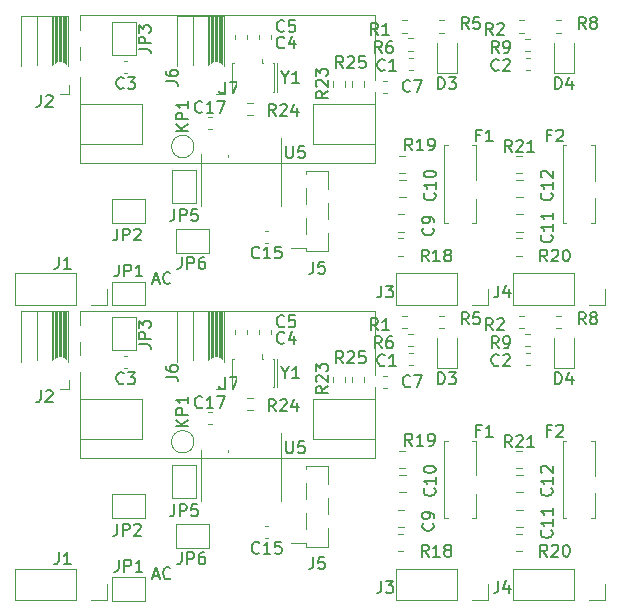
<source format=gbr>
%TF.GenerationSoftware,KiCad,Pcbnew,(5.1.10)-1*%
%TF.CreationDate,2022-01-17T18:44:23+07:00*%
%TF.ProjectId,Power_manager_v3_pnlz1x2,506f7765-725f-46d6-916e-616765725f76,rev?*%
%TF.SameCoordinates,Original*%
%TF.FileFunction,Legend,Top*%
%TF.FilePolarity,Positive*%
%FSLAX46Y46*%
G04 Gerber Fmt 4.6, Leading zero omitted, Abs format (unit mm)*
G04 Created by KiCad (PCBNEW (5.1.10)-1) date 2022-01-17 18:44:23*
%MOMM*%
%LPD*%
G01*
G04 APERTURE LIST*
%ADD10C,0.150000*%
%ADD11C,0.120000*%
%ADD12R,0.400000X3.200000*%
%ADD13C,0.020000*%
%ADD14C,1.600000*%
%ADD15O,1.600000X1.600000*%
%ADD16C,1.500000*%
%ADD17R,1.000000X1.000000*%
%ADD18O,1.000000X1.000000*%
%ADD19R,1.900000X2.700000*%
%ADD20O,1.700000X1.700000*%
%ADD21O,2.400000X1.700000*%
%ADD22R,2.400000X1.700000*%
%ADD23R,1.600000X1.600000*%
%ADD24C,1.000000*%
%ADD25R,1.800000X0.650000*%
%ADD26R,1.800000X1.800000*%
%ADD27C,1.800000*%
%ADD28R,0.450000X0.600000*%
%ADD29C,2.000000*%
G04 APERTURE END LIST*
D10*
X98688904Y-114499666D02*
X99165095Y-114499666D01*
X98593666Y-114785380D02*
X98927000Y-113785380D01*
X99260333Y-114785380D01*
X100165095Y-114690142D02*
X100117476Y-114737761D01*
X99974619Y-114785380D01*
X99879380Y-114785380D01*
X99736523Y-114737761D01*
X99641285Y-114642523D01*
X99593666Y-114547285D01*
X99546047Y-114356809D01*
X99546047Y-114213952D01*
X99593666Y-114023476D01*
X99641285Y-113928238D01*
X99736523Y-113833000D01*
X99879380Y-113785380D01*
X99974619Y-113785380D01*
X100117476Y-113833000D01*
X100165095Y-113880619D01*
X98688904Y-89499666D02*
X99165095Y-89499666D01*
X98593666Y-89785380D02*
X98927000Y-88785380D01*
X99260333Y-89785380D01*
X100165095Y-89690142D02*
X100117476Y-89737761D01*
X99974619Y-89785380D01*
X99879380Y-89785380D01*
X99736523Y-89737761D01*
X99641285Y-89642523D01*
X99593666Y-89547285D01*
X99546047Y-89356809D01*
X99546047Y-89213952D01*
X99593666Y-89023476D01*
X99641285Y-88928238D01*
X99736523Y-88833000D01*
X99879380Y-88785380D01*
X99974619Y-88785380D01*
X100117476Y-88833000D01*
X100165095Y-88880619D01*
D11*
%TO.C,C5*%
X106668000Y-94013580D02*
X106668000Y-93732420D01*
X105648000Y-94013580D02*
X105648000Y-93732420D01*
%TO.C,R24*%
X106682742Y-100504500D02*
X107157258Y-100504500D01*
X106682742Y-99459500D02*
X107157258Y-99459500D01*
%TO.C,U5*%
X109547000Y-106009500D02*
X109547000Y-102409500D01*
X109547000Y-106009500D02*
X109547000Y-108209500D01*
X102777000Y-106009500D02*
X102777000Y-103809500D01*
X102777000Y-106009500D02*
X102777000Y-108209500D01*
%TO.C,Y1*%
X105374000Y-98515000D02*
X105524000Y-98515000D01*
X105374000Y-96115000D02*
X105524000Y-96115000D01*
X107924000Y-96115000D02*
X107974000Y-96115000D01*
X108974000Y-96115000D02*
X108824000Y-96115000D01*
X108974000Y-98515000D02*
X108824000Y-98515000D01*
X109174000Y-96515000D02*
X109174000Y-96115000D01*
X108974000Y-96515000D02*
X108974000Y-96115000D01*
X105374000Y-96515000D02*
X105374000Y-96115000D01*
X109174000Y-98515000D02*
X109174000Y-96515000D01*
X107924000Y-96115000D02*
X107924000Y-95715000D01*
X108974000Y-96515000D02*
X108974000Y-98515000D01*
X105374000Y-98515000D02*
X105374000Y-96515000D01*
%TO.C,C7*%
X118196420Y-97567000D02*
X118477580Y-97567000D01*
X118196420Y-98587000D02*
X118477580Y-98587000D01*
%TO.C,C15*%
X108176420Y-110267000D02*
X108457580Y-110267000D01*
X108176420Y-111287000D02*
X108457580Y-111287000D01*
%TO.C,JP3*%
X95252000Y-95376000D02*
X95252000Y-92576000D01*
X95252000Y-92576000D02*
X97252000Y-92576000D01*
X97252000Y-92576000D02*
X97252000Y-95376000D01*
X97252000Y-95376000D02*
X95252000Y-95376000D01*
%TO.C,JP5*%
X102332000Y-105149000D02*
X102332000Y-107949000D01*
X102332000Y-107949000D02*
X100332000Y-107949000D01*
X100332000Y-107949000D02*
X100332000Y-105149000D01*
X100332000Y-105149000D02*
X102332000Y-105149000D01*
%TO.C,JP6*%
X100657000Y-110158000D02*
X103457000Y-110158000D01*
X103457000Y-110158000D02*
X103457000Y-112158000D01*
X103457000Y-112158000D02*
X100657000Y-112158000D01*
X100657000Y-112158000D02*
X100657000Y-110158000D01*
%TO.C,R23*%
X114935500Y-97648742D02*
X114935500Y-98123258D01*
X113890500Y-97648742D02*
X113890500Y-98123258D01*
%TO.C,R25*%
X115541500Y-98124258D02*
X115541500Y-97649742D01*
X116586500Y-98124258D02*
X116586500Y-97649742D01*
%TO.C,F1*%
X126070000Y-103062000D02*
X125740000Y-103062000D01*
X126070000Y-109602000D02*
X126070000Y-103062000D01*
X125740000Y-109602000D02*
X126070000Y-109602000D01*
X123330000Y-103062000D02*
X123660000Y-103062000D01*
X123330000Y-109602000D02*
X123330000Y-103062000D01*
X123660000Y-109602000D02*
X123330000Y-109602000D01*
%TO.C,KP1*%
X102155000Y-103157000D02*
G75*
G03*
X102155000Y-103157000I-950000J0D01*
G01*
%TO.C,C17*%
X103363420Y-100615000D02*
X103644580Y-100615000D01*
X103363420Y-101635000D02*
X103644580Y-101635000D01*
%TO.C,J6*%
X104574000Y-92070000D02*
X104574000Y-96183034D01*
X104464000Y-92070000D02*
X104464000Y-96078855D01*
X104354000Y-92070000D02*
X104354000Y-96008007D01*
X104244000Y-92070000D02*
X104244000Y-95960573D01*
X104134000Y-92070000D02*
X104134000Y-95932086D01*
X104024000Y-92070000D02*
X104024000Y-95920411D01*
X103914000Y-92070000D02*
X103914000Y-95924768D01*
X103804000Y-92070000D02*
X103804000Y-95945442D01*
X103694000Y-92070000D02*
X103694000Y-95983886D01*
X103584000Y-92070000D02*
X103584000Y-96043309D01*
X103474000Y-92070000D02*
X103474000Y-96130477D01*
X103364000Y-92070000D02*
X103364000Y-96262418D01*
X102094000Y-92070000D02*
X102094000Y-96262418D01*
X104694000Y-92070000D02*
X104694000Y-96372470D01*
X100764000Y-92070000D02*
X100764000Y-96372470D01*
X104694000Y-92070000D02*
X100764000Y-92070000D01*
X104759000Y-98710000D02*
X103999000Y-98710000D01*
X104759000Y-97950000D02*
X104759000Y-98710000D01*
%TO.C,J1*%
X94788000Y-115222000D02*
X94788000Y-116552000D01*
X93458000Y-116552000D02*
X94788000Y-116552000D01*
X92188000Y-113892000D02*
X92188000Y-116552000D01*
X92188000Y-116552000D02*
X87048000Y-116552000D01*
X92188000Y-113892000D02*
X87048000Y-113892000D01*
X87048000Y-113892000D02*
X87048000Y-116552000D01*
%TO.C,J3*%
X127046000Y-115222000D02*
X127046000Y-116552000D01*
X125716000Y-116552000D02*
X127046000Y-116552000D01*
X124446000Y-113892000D02*
X124446000Y-116552000D01*
X124446000Y-116552000D02*
X119306000Y-116552000D01*
X124446000Y-113892000D02*
X119306000Y-113892000D01*
X119306000Y-113892000D02*
X119306000Y-116552000D01*
%TO.C,J4*%
X136952000Y-115222000D02*
X136952000Y-116552000D01*
X135622000Y-116552000D02*
X136952000Y-116552000D01*
X134352000Y-113892000D02*
X134352000Y-116552000D01*
X134352000Y-116552000D02*
X129212000Y-116552000D01*
X134352000Y-113892000D02*
X129212000Y-113892000D01*
X129212000Y-113892000D02*
X129212000Y-116552000D01*
%TO.C,U7*%
X97776000Y-99552000D02*
X92515000Y-99552000D01*
X112254000Y-102952000D02*
X112254000Y-99552000D01*
X97776000Y-102952000D02*
X97776000Y-99552000D01*
X97776000Y-102952000D02*
X92515000Y-102952000D01*
X105015000Y-104052000D02*
X105015000Y-102802000D01*
X117515000Y-92052000D02*
X117515000Y-104552000D01*
X117515000Y-92052000D02*
X92515000Y-92052000D01*
X92515000Y-104552000D02*
X92515000Y-92052000D01*
X112254000Y-99552000D02*
X117515000Y-99552000D01*
X117515000Y-104552000D02*
X92515000Y-104552000D01*
X117515000Y-102952000D02*
X112254000Y-102952000D01*
%TO.C,J5*%
X113548000Y-112028000D02*
X111628000Y-112028000D01*
X111628000Y-112028000D02*
X111628000Y-111743000D01*
X111628000Y-110573000D02*
X111628000Y-109203000D01*
X111628000Y-108033000D02*
X111628000Y-106663000D01*
X111628000Y-105493000D02*
X111628000Y-105208000D01*
X113548000Y-105208000D02*
X111628000Y-105208000D01*
X113548000Y-112028000D02*
X113548000Y-110473000D01*
X113548000Y-109303000D02*
X113548000Y-107933000D01*
X113548000Y-106763000D02*
X113548000Y-105208000D01*
X111628000Y-111743000D02*
X110398000Y-111743000D01*
%TO.C,F2*%
X136103000Y-103062000D02*
X135773000Y-103062000D01*
X136103000Y-109602000D02*
X136103000Y-103062000D01*
X135773000Y-109602000D02*
X136103000Y-109602000D01*
X133363000Y-103062000D02*
X133693000Y-103062000D01*
X133363000Y-109602000D02*
X133363000Y-103062000D01*
X133693000Y-109602000D02*
X133363000Y-109602000D01*
%TO.C,J2*%
X91551000Y-97950000D02*
X91551000Y-98710000D01*
X91551000Y-98710000D02*
X90791000Y-98710000D01*
X91486000Y-92070000D02*
X87556000Y-92070000D01*
X87556000Y-92070000D02*
X87556000Y-96372470D01*
X91486000Y-92070000D02*
X91486000Y-96372470D01*
X88886000Y-92070000D02*
X88886000Y-96262418D01*
X90156000Y-92070000D02*
X90156000Y-96262418D01*
X90266000Y-92070000D02*
X90266000Y-96130477D01*
X90376000Y-92070000D02*
X90376000Y-96043309D01*
X90486000Y-92070000D02*
X90486000Y-95983886D01*
X90596000Y-92070000D02*
X90596000Y-95945442D01*
X90706000Y-92070000D02*
X90706000Y-95924768D01*
X90816000Y-92070000D02*
X90816000Y-95920411D01*
X90926000Y-92070000D02*
X90926000Y-95932086D01*
X91036000Y-92070000D02*
X91036000Y-95960573D01*
X91146000Y-92070000D02*
X91146000Y-96008007D01*
X91256000Y-92070000D02*
X91256000Y-96078855D01*
X91366000Y-92070000D02*
X91366000Y-96183034D01*
%TO.C,JP1*%
X95196000Y-114603000D02*
X97996000Y-114603000D01*
X97996000Y-114603000D02*
X97996000Y-116603000D01*
X97996000Y-116603000D02*
X95196000Y-116603000D01*
X95196000Y-116603000D02*
X95196000Y-114603000D01*
%TO.C,C3*%
X96506580Y-95916000D02*
X96225420Y-95916000D01*
X96506580Y-96936000D02*
X96225420Y-96936000D01*
%TO.C,C1*%
X120381420Y-96682000D02*
X120662580Y-96682000D01*
X120381420Y-95662000D02*
X120662580Y-95662000D01*
%TO.C,C2*%
X130287420Y-96682000D02*
X130568580Y-96682000D01*
X130287420Y-95662000D02*
X130568580Y-95662000D01*
%TO.C,D3*%
X122707000Y-96944000D02*
X122707000Y-94394000D01*
X124407000Y-96944000D02*
X124407000Y-94394000D01*
X122707000Y-96944000D02*
X124407000Y-96944000D01*
%TO.C,D4*%
X132613000Y-96944000D02*
X132613000Y-94394000D01*
X134313000Y-96944000D02*
X134313000Y-94394000D01*
X132613000Y-96944000D02*
X134313000Y-96944000D01*
%TO.C,R1*%
X120237758Y-92474500D02*
X119763242Y-92474500D01*
X120237758Y-93519500D02*
X119763242Y-93519500D01*
%TO.C,R2*%
X130143758Y-92474500D02*
X129669242Y-92474500D01*
X130143758Y-93519500D02*
X129669242Y-93519500D01*
%TO.C,R5*%
X122874742Y-93519500D02*
X123349258Y-93519500D01*
X122874742Y-92474500D02*
X123349258Y-92474500D01*
%TO.C,C4*%
X108700000Y-94013580D02*
X108700000Y-93732420D01*
X107680000Y-94013580D02*
X107680000Y-93732420D01*
%TO.C,R6*%
X120745758Y-93998500D02*
X120271242Y-93998500D01*
X120745758Y-95043500D02*
X120271242Y-95043500D01*
%TO.C,R8*%
X132780742Y-93519500D02*
X133255258Y-93519500D01*
X132780742Y-92474500D02*
X133255258Y-92474500D01*
%TO.C,R9*%
X130651758Y-94036600D02*
X130177242Y-94036600D01*
X130651758Y-95081600D02*
X130177242Y-95081600D01*
%TO.C,C9*%
X119942252Y-108899000D02*
X119419748Y-108899000D01*
X119942252Y-110369000D02*
X119419748Y-110369000D01*
%TO.C,C10*%
X119551748Y-107448000D02*
X120074252Y-107448000D01*
X119551748Y-105978000D02*
X120074252Y-105978000D01*
%TO.C,C11*%
X129980252Y-108899000D02*
X129457748Y-108899000D01*
X129980252Y-110369000D02*
X129457748Y-110369000D01*
%TO.C,C12*%
X129452748Y-107448000D02*
X129975252Y-107448000D01*
X129452748Y-105978000D02*
X129975252Y-105978000D01*
%TO.C,R21*%
X129903564Y-103946000D02*
X129449436Y-103946000D01*
X129903564Y-105416000D02*
X129449436Y-105416000D01*
%TO.C,JP2*%
X95196000Y-107618000D02*
X97996000Y-107618000D01*
X97996000Y-107618000D02*
X97996000Y-109618000D01*
X97996000Y-109618000D02*
X95196000Y-109618000D01*
X95196000Y-109618000D02*
X95196000Y-107618000D01*
%TO.C,R18*%
X119870564Y-110931000D02*
X119416436Y-110931000D01*
X119870564Y-112401000D02*
X119416436Y-112401000D01*
%TO.C,R19*%
X119997564Y-103946000D02*
X119543436Y-103946000D01*
X119997564Y-105416000D02*
X119543436Y-105416000D01*
%TO.C,R20*%
X129903564Y-112401000D02*
X129449436Y-112401000D01*
X129903564Y-110931000D02*
X129449436Y-110931000D01*
%TO.C,J5*%
X111628000Y-86743000D02*
X110398000Y-86743000D01*
X113548000Y-81763000D02*
X113548000Y-80208000D01*
X113548000Y-84303000D02*
X113548000Y-82933000D01*
X113548000Y-87028000D02*
X113548000Y-85473000D01*
X113548000Y-80208000D02*
X111628000Y-80208000D01*
X111628000Y-80493000D02*
X111628000Y-80208000D01*
X111628000Y-83033000D02*
X111628000Y-81663000D01*
X111628000Y-85573000D02*
X111628000Y-84203000D01*
X111628000Y-87028000D02*
X111628000Y-86743000D01*
X113548000Y-87028000D02*
X111628000Y-87028000D01*
%TO.C,U7*%
X117515000Y-77952000D02*
X112254000Y-77952000D01*
X117515000Y-79552000D02*
X92515000Y-79552000D01*
X112254000Y-74552000D02*
X117515000Y-74552000D01*
X92515000Y-79552000D02*
X92515000Y-67052000D01*
X117515000Y-67052000D02*
X92515000Y-67052000D01*
X117515000Y-67052000D02*
X117515000Y-79552000D01*
X105015000Y-79052000D02*
X105015000Y-77802000D01*
X97776000Y-77952000D02*
X92515000Y-77952000D01*
X97776000Y-77952000D02*
X97776000Y-74552000D01*
X112254000Y-77952000D02*
X112254000Y-74552000D01*
X97776000Y-74552000D02*
X92515000Y-74552000D01*
%TO.C,J4*%
X129212000Y-88892000D02*
X129212000Y-91552000D01*
X134352000Y-88892000D02*
X129212000Y-88892000D01*
X134352000Y-91552000D02*
X129212000Y-91552000D01*
X134352000Y-88892000D02*
X134352000Y-91552000D01*
X135622000Y-91552000D02*
X136952000Y-91552000D01*
X136952000Y-90222000D02*
X136952000Y-91552000D01*
%TO.C,J3*%
X119306000Y-88892000D02*
X119306000Y-91552000D01*
X124446000Y-88892000D02*
X119306000Y-88892000D01*
X124446000Y-91552000D02*
X119306000Y-91552000D01*
X124446000Y-88892000D02*
X124446000Y-91552000D01*
X125716000Y-91552000D02*
X127046000Y-91552000D01*
X127046000Y-90222000D02*
X127046000Y-91552000D01*
%TO.C,J1*%
X87048000Y-88892000D02*
X87048000Y-91552000D01*
X92188000Y-88892000D02*
X87048000Y-88892000D01*
X92188000Y-91552000D02*
X87048000Y-91552000D01*
X92188000Y-88892000D02*
X92188000Y-91552000D01*
X93458000Y-91552000D02*
X94788000Y-91552000D01*
X94788000Y-90222000D02*
X94788000Y-91552000D01*
%TO.C,J6*%
X104759000Y-72950000D02*
X104759000Y-73710000D01*
X104759000Y-73710000D02*
X103999000Y-73710000D01*
X104694000Y-67070000D02*
X100764000Y-67070000D01*
X100764000Y-67070000D02*
X100764000Y-71372470D01*
X104694000Y-67070000D02*
X104694000Y-71372470D01*
X102094000Y-67070000D02*
X102094000Y-71262418D01*
X103364000Y-67070000D02*
X103364000Y-71262418D01*
X103474000Y-67070000D02*
X103474000Y-71130477D01*
X103584000Y-67070000D02*
X103584000Y-71043309D01*
X103694000Y-67070000D02*
X103694000Y-70983886D01*
X103804000Y-67070000D02*
X103804000Y-70945442D01*
X103914000Y-67070000D02*
X103914000Y-70924768D01*
X104024000Y-67070000D02*
X104024000Y-70920411D01*
X104134000Y-67070000D02*
X104134000Y-70932086D01*
X104244000Y-67070000D02*
X104244000Y-70960573D01*
X104354000Y-67070000D02*
X104354000Y-71008007D01*
X104464000Y-67070000D02*
X104464000Y-71078855D01*
X104574000Y-67070000D02*
X104574000Y-71183034D01*
%TO.C,C17*%
X103363420Y-76635000D02*
X103644580Y-76635000D01*
X103363420Y-75615000D02*
X103644580Y-75615000D01*
%TO.C,KP1*%
X102155000Y-78157000D02*
G75*
G03*
X102155000Y-78157000I-950000J0D01*
G01*
%TO.C,F1*%
X123660000Y-84602000D02*
X123330000Y-84602000D01*
X123330000Y-84602000D02*
X123330000Y-78062000D01*
X123330000Y-78062000D02*
X123660000Y-78062000D01*
X125740000Y-84602000D02*
X126070000Y-84602000D01*
X126070000Y-84602000D02*
X126070000Y-78062000D01*
X126070000Y-78062000D02*
X125740000Y-78062000D01*
%TO.C,R25*%
X116586500Y-73124258D02*
X116586500Y-72649742D01*
X115541500Y-73124258D02*
X115541500Y-72649742D01*
%TO.C,R23*%
X113890500Y-72648742D02*
X113890500Y-73123258D01*
X114935500Y-72648742D02*
X114935500Y-73123258D01*
%TO.C,C15*%
X108176420Y-86287000D02*
X108457580Y-86287000D01*
X108176420Y-85267000D02*
X108457580Y-85267000D01*
%TO.C,C7*%
X118196420Y-73587000D02*
X118477580Y-73587000D01*
X118196420Y-72567000D02*
X118477580Y-72567000D01*
%TO.C,Y1*%
X105374000Y-73515000D02*
X105374000Y-71515000D01*
X108974000Y-71515000D02*
X108974000Y-73515000D01*
X107924000Y-71115000D02*
X107924000Y-70715000D01*
X109174000Y-73515000D02*
X109174000Y-71515000D01*
X105374000Y-71515000D02*
X105374000Y-71115000D01*
X108974000Y-71515000D02*
X108974000Y-71115000D01*
X109174000Y-71515000D02*
X109174000Y-71115000D01*
X108974000Y-73515000D02*
X108824000Y-73515000D01*
X108974000Y-71115000D02*
X108824000Y-71115000D01*
X107924000Y-71115000D02*
X107974000Y-71115000D01*
X105374000Y-71115000D02*
X105524000Y-71115000D01*
X105374000Y-73515000D02*
X105524000Y-73515000D01*
%TO.C,U5*%
X102777000Y-81009500D02*
X102777000Y-83209500D01*
X102777000Y-81009500D02*
X102777000Y-78809500D01*
X109547000Y-81009500D02*
X109547000Y-83209500D01*
X109547000Y-81009500D02*
X109547000Y-77409500D01*
%TO.C,R24*%
X106682742Y-74459500D02*
X107157258Y-74459500D01*
X106682742Y-75504500D02*
X107157258Y-75504500D01*
%TO.C,C5*%
X105648000Y-69013580D02*
X105648000Y-68732420D01*
X106668000Y-69013580D02*
X106668000Y-68732420D01*
%TO.C,C4*%
X107680000Y-69013580D02*
X107680000Y-68732420D01*
X108700000Y-69013580D02*
X108700000Y-68732420D01*
%TO.C,JP6*%
X100657000Y-87158000D02*
X100657000Y-85158000D01*
X103457000Y-87158000D02*
X100657000Y-87158000D01*
X103457000Y-85158000D02*
X103457000Y-87158000D01*
X100657000Y-85158000D02*
X103457000Y-85158000D01*
%TO.C,JP5*%
X100332000Y-80149000D02*
X102332000Y-80149000D01*
X100332000Y-82949000D02*
X100332000Y-80149000D01*
X102332000Y-82949000D02*
X100332000Y-82949000D01*
X102332000Y-80149000D02*
X102332000Y-82949000D01*
%TO.C,JP3*%
X97252000Y-70376000D02*
X95252000Y-70376000D01*
X97252000Y-67576000D02*
X97252000Y-70376000D01*
X95252000Y-67576000D02*
X97252000Y-67576000D01*
X95252000Y-70376000D02*
X95252000Y-67576000D01*
%TO.C,JP2*%
X95196000Y-84618000D02*
X95196000Y-82618000D01*
X97996000Y-84618000D02*
X95196000Y-84618000D01*
X97996000Y-82618000D02*
X97996000Y-84618000D01*
X95196000Y-82618000D02*
X97996000Y-82618000D01*
%TO.C,R21*%
X129903564Y-80416000D02*
X129449436Y-80416000D01*
X129903564Y-78946000D02*
X129449436Y-78946000D01*
%TO.C,R20*%
X129903564Y-85931000D02*
X129449436Y-85931000D01*
X129903564Y-87401000D02*
X129449436Y-87401000D01*
%TO.C,R19*%
X119997564Y-80416000D02*
X119543436Y-80416000D01*
X119997564Y-78946000D02*
X119543436Y-78946000D01*
%TO.C,R18*%
X119870564Y-87401000D02*
X119416436Y-87401000D01*
X119870564Y-85931000D02*
X119416436Y-85931000D01*
%TO.C,C12*%
X129452748Y-80978000D02*
X129975252Y-80978000D01*
X129452748Y-82448000D02*
X129975252Y-82448000D01*
%TO.C,C11*%
X129980252Y-85369000D02*
X129457748Y-85369000D01*
X129980252Y-83899000D02*
X129457748Y-83899000D01*
%TO.C,C10*%
X119551748Y-80978000D02*
X120074252Y-80978000D01*
X119551748Y-82448000D02*
X120074252Y-82448000D01*
%TO.C,C9*%
X119942252Y-85369000D02*
X119419748Y-85369000D01*
X119942252Y-83899000D02*
X119419748Y-83899000D01*
%TO.C,R9*%
X130651758Y-70081600D02*
X130177242Y-70081600D01*
X130651758Y-69036600D02*
X130177242Y-69036600D01*
%TO.C,R8*%
X132780742Y-67474500D02*
X133255258Y-67474500D01*
X132780742Y-68519500D02*
X133255258Y-68519500D01*
%TO.C,R6*%
X120745758Y-70043500D02*
X120271242Y-70043500D01*
X120745758Y-68998500D02*
X120271242Y-68998500D01*
%TO.C,R5*%
X122874742Y-67474500D02*
X123349258Y-67474500D01*
X122874742Y-68519500D02*
X123349258Y-68519500D01*
%TO.C,R2*%
X130143758Y-68519500D02*
X129669242Y-68519500D01*
X130143758Y-67474500D02*
X129669242Y-67474500D01*
%TO.C,R1*%
X120237758Y-68519500D02*
X119763242Y-68519500D01*
X120237758Y-67474500D02*
X119763242Y-67474500D01*
%TO.C,D4*%
X132613000Y-71944000D02*
X134313000Y-71944000D01*
X134313000Y-71944000D02*
X134313000Y-69394000D01*
X132613000Y-71944000D02*
X132613000Y-69394000D01*
%TO.C,D3*%
X122707000Y-71944000D02*
X124407000Y-71944000D01*
X124407000Y-71944000D02*
X124407000Y-69394000D01*
X122707000Y-71944000D02*
X122707000Y-69394000D01*
%TO.C,C2*%
X130287420Y-70662000D02*
X130568580Y-70662000D01*
X130287420Y-71682000D02*
X130568580Y-71682000D01*
%TO.C,C1*%
X120381420Y-70662000D02*
X120662580Y-70662000D01*
X120381420Y-71682000D02*
X120662580Y-71682000D01*
%TO.C,C3*%
X96506580Y-71936000D02*
X96225420Y-71936000D01*
X96506580Y-70916000D02*
X96225420Y-70916000D01*
%TO.C,JP1*%
X95196000Y-91603000D02*
X95196000Y-89603000D01*
X97996000Y-91603000D02*
X95196000Y-91603000D01*
X97996000Y-89603000D02*
X97996000Y-91603000D01*
X95196000Y-89603000D02*
X97996000Y-89603000D01*
%TO.C,J2*%
X91366000Y-67070000D02*
X91366000Y-71183034D01*
X91256000Y-67070000D02*
X91256000Y-71078855D01*
X91146000Y-67070000D02*
X91146000Y-71008007D01*
X91036000Y-67070000D02*
X91036000Y-70960573D01*
X90926000Y-67070000D02*
X90926000Y-70932086D01*
X90816000Y-67070000D02*
X90816000Y-70920411D01*
X90706000Y-67070000D02*
X90706000Y-70924768D01*
X90596000Y-67070000D02*
X90596000Y-70945442D01*
X90486000Y-67070000D02*
X90486000Y-70983886D01*
X90376000Y-67070000D02*
X90376000Y-71043309D01*
X90266000Y-67070000D02*
X90266000Y-71130477D01*
X90156000Y-67070000D02*
X90156000Y-71262418D01*
X88886000Y-67070000D02*
X88886000Y-71262418D01*
X91486000Y-67070000D02*
X91486000Y-71372470D01*
X87556000Y-67070000D02*
X87556000Y-71372470D01*
X91486000Y-67070000D02*
X87556000Y-67070000D01*
X91551000Y-73710000D02*
X90791000Y-73710000D01*
X91551000Y-72950000D02*
X91551000Y-73710000D01*
%TO.C,F2*%
X133693000Y-84602000D02*
X133363000Y-84602000D01*
X133363000Y-84602000D02*
X133363000Y-78062000D01*
X133363000Y-78062000D02*
X133693000Y-78062000D01*
X135773000Y-84602000D02*
X136103000Y-84602000D01*
X136103000Y-84602000D02*
X136103000Y-78062000D01*
X136103000Y-78062000D02*
X135773000Y-78062000D01*
%TO.C,C5*%
D10*
X109801333Y-93354142D02*
X109753714Y-93401761D01*
X109610857Y-93449380D01*
X109515619Y-93449380D01*
X109372761Y-93401761D01*
X109277523Y-93306523D01*
X109229904Y-93211285D01*
X109182285Y-93020809D01*
X109182285Y-92877952D01*
X109229904Y-92687476D01*
X109277523Y-92592238D01*
X109372761Y-92497000D01*
X109515619Y-92449380D01*
X109610857Y-92449380D01*
X109753714Y-92497000D01*
X109801333Y-92544619D01*
X110706095Y-92449380D02*
X110229904Y-92449380D01*
X110182285Y-92925571D01*
X110229904Y-92877952D01*
X110325142Y-92830333D01*
X110563238Y-92830333D01*
X110658476Y-92877952D01*
X110706095Y-92925571D01*
X110753714Y-93020809D01*
X110753714Y-93258904D01*
X110706095Y-93354142D01*
X110658476Y-93401761D01*
X110563238Y-93449380D01*
X110325142Y-93449380D01*
X110229904Y-93401761D01*
X110182285Y-93354142D01*
%TO.C,R24*%
X109071142Y-100561380D02*
X108737809Y-100085190D01*
X108499714Y-100561380D02*
X108499714Y-99561380D01*
X108880666Y-99561380D01*
X108975904Y-99609000D01*
X109023523Y-99656619D01*
X109071142Y-99751857D01*
X109071142Y-99894714D01*
X109023523Y-99989952D01*
X108975904Y-100037571D01*
X108880666Y-100085190D01*
X108499714Y-100085190D01*
X109452095Y-99656619D02*
X109499714Y-99609000D01*
X109594952Y-99561380D01*
X109833047Y-99561380D01*
X109928285Y-99609000D01*
X109975904Y-99656619D01*
X110023523Y-99751857D01*
X110023523Y-99847095D01*
X109975904Y-99989952D01*
X109404476Y-100561380D01*
X110023523Y-100561380D01*
X110880666Y-99894714D02*
X110880666Y-100561380D01*
X110642571Y-99513761D02*
X110404476Y-100228047D01*
X111023523Y-100228047D01*
%TO.C,U5*%
X109968095Y-103117380D02*
X109968095Y-103926904D01*
X110015714Y-104022142D01*
X110063333Y-104069761D01*
X110158571Y-104117380D01*
X110349047Y-104117380D01*
X110444285Y-104069761D01*
X110491904Y-104022142D01*
X110539523Y-103926904D01*
X110539523Y-103117380D01*
X111491904Y-103117380D02*
X111015714Y-103117380D01*
X110968095Y-103593571D01*
X111015714Y-103545952D01*
X111110952Y-103498333D01*
X111349047Y-103498333D01*
X111444285Y-103545952D01*
X111491904Y-103593571D01*
X111539523Y-103688809D01*
X111539523Y-103926904D01*
X111491904Y-104022142D01*
X111444285Y-104069761D01*
X111349047Y-104117380D01*
X111110952Y-104117380D01*
X111015714Y-104069761D01*
X110968095Y-104022142D01*
%TO.C,Y1*%
X109872809Y-97291190D02*
X109872809Y-97767380D01*
X109539476Y-96767380D02*
X109872809Y-97291190D01*
X110206142Y-96767380D01*
X111063285Y-97767380D02*
X110491857Y-97767380D01*
X110777571Y-97767380D02*
X110777571Y-96767380D01*
X110682333Y-96910238D01*
X110587095Y-97005476D01*
X110491857Y-97053095D01*
%TO.C,C7*%
X120469333Y-98434142D02*
X120421714Y-98481761D01*
X120278857Y-98529380D01*
X120183619Y-98529380D01*
X120040761Y-98481761D01*
X119945523Y-98386523D01*
X119897904Y-98291285D01*
X119850285Y-98100809D01*
X119850285Y-97957952D01*
X119897904Y-97767476D01*
X119945523Y-97672238D01*
X120040761Y-97577000D01*
X120183619Y-97529380D01*
X120278857Y-97529380D01*
X120421714Y-97577000D01*
X120469333Y-97624619D01*
X120802666Y-97529380D02*
X121469333Y-97529380D01*
X121040761Y-98529380D01*
%TO.C,C15*%
X107674142Y-112531142D02*
X107626523Y-112578761D01*
X107483666Y-112626380D01*
X107388428Y-112626380D01*
X107245571Y-112578761D01*
X107150333Y-112483523D01*
X107102714Y-112388285D01*
X107055095Y-112197809D01*
X107055095Y-112054952D01*
X107102714Y-111864476D01*
X107150333Y-111769238D01*
X107245571Y-111674000D01*
X107388428Y-111626380D01*
X107483666Y-111626380D01*
X107626523Y-111674000D01*
X107674142Y-111721619D01*
X108626523Y-112626380D02*
X108055095Y-112626380D01*
X108340809Y-112626380D02*
X108340809Y-111626380D01*
X108245571Y-111769238D01*
X108150333Y-111864476D01*
X108055095Y-111912095D01*
X109531285Y-111626380D02*
X109055095Y-111626380D01*
X109007476Y-112102571D01*
X109055095Y-112054952D01*
X109150333Y-112007333D01*
X109388428Y-112007333D01*
X109483666Y-112054952D01*
X109531285Y-112102571D01*
X109578904Y-112197809D01*
X109578904Y-112435904D01*
X109531285Y-112531142D01*
X109483666Y-112578761D01*
X109388428Y-112626380D01*
X109150333Y-112626380D01*
X109055095Y-112578761D01*
X109007476Y-112531142D01*
%TO.C,JP3*%
X97482380Y-94899333D02*
X98196666Y-94899333D01*
X98339523Y-94946952D01*
X98434761Y-95042190D01*
X98482380Y-95185047D01*
X98482380Y-95280285D01*
X98482380Y-94423142D02*
X97482380Y-94423142D01*
X97482380Y-94042190D01*
X97530000Y-93946952D01*
X97577619Y-93899333D01*
X97672857Y-93851714D01*
X97815714Y-93851714D01*
X97910952Y-93899333D01*
X97958571Y-93946952D01*
X98006190Y-94042190D01*
X98006190Y-94423142D01*
X97482380Y-93518380D02*
X97482380Y-92899333D01*
X97863333Y-93232666D01*
X97863333Y-93089809D01*
X97910952Y-92994571D01*
X97958571Y-92946952D01*
X98053809Y-92899333D01*
X98291904Y-92899333D01*
X98387142Y-92946952D01*
X98434761Y-92994571D01*
X98482380Y-93089809D01*
X98482380Y-93375523D01*
X98434761Y-93470761D01*
X98387142Y-93518380D01*
%TO.C,JP5*%
X100498666Y-108451380D02*
X100498666Y-109165666D01*
X100451047Y-109308523D01*
X100355809Y-109403761D01*
X100212952Y-109451380D01*
X100117714Y-109451380D01*
X100974857Y-109451380D02*
X100974857Y-108451380D01*
X101355809Y-108451380D01*
X101451047Y-108499000D01*
X101498666Y-108546619D01*
X101546285Y-108641857D01*
X101546285Y-108784714D01*
X101498666Y-108879952D01*
X101451047Y-108927571D01*
X101355809Y-108975190D01*
X100974857Y-108975190D01*
X102451047Y-108451380D02*
X101974857Y-108451380D01*
X101927238Y-108927571D01*
X101974857Y-108879952D01*
X102070095Y-108832333D01*
X102308190Y-108832333D01*
X102403428Y-108879952D01*
X102451047Y-108927571D01*
X102498666Y-109022809D01*
X102498666Y-109260904D01*
X102451047Y-109356142D01*
X102403428Y-109403761D01*
X102308190Y-109451380D01*
X102070095Y-109451380D01*
X101974857Y-109403761D01*
X101927238Y-109356142D01*
%TO.C,JP6*%
X101133666Y-112515380D02*
X101133666Y-113229666D01*
X101086047Y-113372523D01*
X100990809Y-113467761D01*
X100847952Y-113515380D01*
X100752714Y-113515380D01*
X101609857Y-113515380D02*
X101609857Y-112515380D01*
X101990809Y-112515380D01*
X102086047Y-112563000D01*
X102133666Y-112610619D01*
X102181285Y-112705857D01*
X102181285Y-112848714D01*
X102133666Y-112943952D01*
X102086047Y-112991571D01*
X101990809Y-113039190D01*
X101609857Y-113039190D01*
X103038428Y-112515380D02*
X102847952Y-112515380D01*
X102752714Y-112563000D01*
X102705095Y-112610619D01*
X102609857Y-112753476D01*
X102562238Y-112943952D01*
X102562238Y-113324904D01*
X102609857Y-113420142D01*
X102657476Y-113467761D01*
X102752714Y-113515380D01*
X102943190Y-113515380D01*
X103038428Y-113467761D01*
X103086047Y-113420142D01*
X103133666Y-113324904D01*
X103133666Y-113086809D01*
X103086047Y-112991571D01*
X103038428Y-112943952D01*
X102943190Y-112896333D01*
X102752714Y-112896333D01*
X102657476Y-112943952D01*
X102609857Y-112991571D01*
X102562238Y-113086809D01*
%TO.C,R23*%
X113468380Y-98465857D02*
X112992190Y-98799190D01*
X113468380Y-99037285D02*
X112468380Y-99037285D01*
X112468380Y-98656333D01*
X112516000Y-98561095D01*
X112563619Y-98513476D01*
X112658857Y-98465857D01*
X112801714Y-98465857D01*
X112896952Y-98513476D01*
X112944571Y-98561095D01*
X112992190Y-98656333D01*
X112992190Y-99037285D01*
X112563619Y-98084904D02*
X112516000Y-98037285D01*
X112468380Y-97942047D01*
X112468380Y-97703952D01*
X112516000Y-97608714D01*
X112563619Y-97561095D01*
X112658857Y-97513476D01*
X112754095Y-97513476D01*
X112896952Y-97561095D01*
X113468380Y-98132523D01*
X113468380Y-97513476D01*
X112468380Y-97180142D02*
X112468380Y-96561095D01*
X112849333Y-96894428D01*
X112849333Y-96751571D01*
X112896952Y-96656333D01*
X112944571Y-96608714D01*
X113039809Y-96561095D01*
X113277904Y-96561095D01*
X113373142Y-96608714D01*
X113420761Y-96656333D01*
X113468380Y-96751571D01*
X113468380Y-97037285D01*
X113420761Y-97132523D01*
X113373142Y-97180142D01*
%TO.C,R25*%
X114786142Y-96497380D02*
X114452809Y-96021190D01*
X114214714Y-96497380D02*
X114214714Y-95497380D01*
X114595666Y-95497380D01*
X114690904Y-95545000D01*
X114738523Y-95592619D01*
X114786142Y-95687857D01*
X114786142Y-95830714D01*
X114738523Y-95925952D01*
X114690904Y-95973571D01*
X114595666Y-96021190D01*
X114214714Y-96021190D01*
X115167095Y-95592619D02*
X115214714Y-95545000D01*
X115309952Y-95497380D01*
X115548047Y-95497380D01*
X115643285Y-95545000D01*
X115690904Y-95592619D01*
X115738523Y-95687857D01*
X115738523Y-95783095D01*
X115690904Y-95925952D01*
X115119476Y-96497380D01*
X115738523Y-96497380D01*
X116643285Y-95497380D02*
X116167095Y-95497380D01*
X116119476Y-95973571D01*
X116167095Y-95925952D01*
X116262333Y-95878333D01*
X116500428Y-95878333D01*
X116595666Y-95925952D01*
X116643285Y-95973571D01*
X116690904Y-96068809D01*
X116690904Y-96306904D01*
X116643285Y-96402142D01*
X116595666Y-96449761D01*
X116500428Y-96497380D01*
X116262333Y-96497380D01*
X116167095Y-96449761D01*
X116119476Y-96402142D01*
%TO.C,F1*%
X126398666Y-102196571D02*
X126065333Y-102196571D01*
X126065333Y-102720380D02*
X126065333Y-101720380D01*
X126541523Y-101720380D01*
X127446285Y-102720380D02*
X126874857Y-102720380D01*
X127160571Y-102720380D02*
X127160571Y-101720380D01*
X127065333Y-101863238D01*
X126970095Y-101958476D01*
X126874857Y-102006095D01*
%TO.C,KP1*%
X101657380Y-101855095D02*
X100657380Y-101855095D01*
X101657380Y-101283666D02*
X101085952Y-101712238D01*
X100657380Y-101283666D02*
X101228809Y-101855095D01*
X101657380Y-100855095D02*
X100657380Y-100855095D01*
X100657380Y-100474142D01*
X100705000Y-100378904D01*
X100752619Y-100331285D01*
X100847857Y-100283666D01*
X100990714Y-100283666D01*
X101085952Y-100331285D01*
X101133571Y-100378904D01*
X101181190Y-100474142D01*
X101181190Y-100855095D01*
X101657380Y-99331285D02*
X101657380Y-99902714D01*
X101657380Y-99617000D02*
X100657380Y-99617000D01*
X100800238Y-99712238D01*
X100895476Y-99807476D01*
X100943095Y-99902714D01*
%TO.C,C17*%
X102848142Y-100212142D02*
X102800523Y-100259761D01*
X102657666Y-100307380D01*
X102562428Y-100307380D01*
X102419571Y-100259761D01*
X102324333Y-100164523D01*
X102276714Y-100069285D01*
X102229095Y-99878809D01*
X102229095Y-99735952D01*
X102276714Y-99545476D01*
X102324333Y-99450238D01*
X102419571Y-99355000D01*
X102562428Y-99307380D01*
X102657666Y-99307380D01*
X102800523Y-99355000D01*
X102848142Y-99402619D01*
X103800523Y-100307380D02*
X103229095Y-100307380D01*
X103514809Y-100307380D02*
X103514809Y-99307380D01*
X103419571Y-99450238D01*
X103324333Y-99545476D01*
X103229095Y-99593095D01*
X104133857Y-99307380D02*
X104800523Y-99307380D01*
X104371952Y-100307380D01*
%TO.C,J6*%
X99768380Y-97648333D02*
X100482666Y-97648333D01*
X100625523Y-97695952D01*
X100720761Y-97791190D01*
X100768380Y-97934047D01*
X100768380Y-98029285D01*
X99768380Y-96743571D02*
X99768380Y-96934047D01*
X99816000Y-97029285D01*
X99863619Y-97076904D01*
X100006476Y-97172142D01*
X100196952Y-97219761D01*
X100577904Y-97219761D01*
X100673142Y-97172142D01*
X100720761Y-97124523D01*
X100768380Y-97029285D01*
X100768380Y-96838809D01*
X100720761Y-96743571D01*
X100673142Y-96695952D01*
X100577904Y-96648333D01*
X100339809Y-96648333D01*
X100244571Y-96695952D01*
X100196952Y-96743571D01*
X100149333Y-96838809D01*
X100149333Y-97029285D01*
X100196952Y-97124523D01*
X100244571Y-97172142D01*
X100339809Y-97219761D01*
%TO.C,J1*%
X90711666Y-112515380D02*
X90711666Y-113229666D01*
X90664047Y-113372523D01*
X90568809Y-113467761D01*
X90425952Y-113515380D01*
X90330714Y-113515380D01*
X91711666Y-113515380D02*
X91140238Y-113515380D01*
X91425952Y-113515380D02*
X91425952Y-112515380D01*
X91330714Y-112658238D01*
X91235476Y-112753476D01*
X91140238Y-112801095D01*
%TO.C,J3*%
X118016666Y-114928380D02*
X118016666Y-115642666D01*
X117969047Y-115785523D01*
X117873809Y-115880761D01*
X117730952Y-115928380D01*
X117635714Y-115928380D01*
X118397619Y-114928380D02*
X119016666Y-114928380D01*
X118683333Y-115309333D01*
X118826190Y-115309333D01*
X118921428Y-115356952D01*
X118969047Y-115404571D01*
X119016666Y-115499809D01*
X119016666Y-115737904D01*
X118969047Y-115833142D01*
X118921428Y-115880761D01*
X118826190Y-115928380D01*
X118540476Y-115928380D01*
X118445238Y-115880761D01*
X118397619Y-115833142D01*
%TO.C,J4*%
X127922666Y-114928380D02*
X127922666Y-115642666D01*
X127875047Y-115785523D01*
X127779809Y-115880761D01*
X127636952Y-115928380D01*
X127541714Y-115928380D01*
X128827428Y-115261714D02*
X128827428Y-115928380D01*
X128589333Y-114880761D02*
X128351238Y-115595047D01*
X128970285Y-115595047D01*
%TO.C,U7*%
X104253095Y-97654380D02*
X104253095Y-98463904D01*
X104300714Y-98559142D01*
X104348333Y-98606761D01*
X104443571Y-98654380D01*
X104634047Y-98654380D01*
X104729285Y-98606761D01*
X104776904Y-98559142D01*
X104824523Y-98463904D01*
X104824523Y-97654380D01*
X105205476Y-97654380D02*
X105872142Y-97654380D01*
X105443571Y-98654380D01*
%TO.C,J5*%
X112254666Y-112920380D02*
X112254666Y-113634666D01*
X112207047Y-113777523D01*
X112111809Y-113872761D01*
X111968952Y-113920380D01*
X111873714Y-113920380D01*
X113207047Y-112920380D02*
X112730857Y-112920380D01*
X112683238Y-113396571D01*
X112730857Y-113348952D01*
X112826095Y-113301333D01*
X113064190Y-113301333D01*
X113159428Y-113348952D01*
X113207047Y-113396571D01*
X113254666Y-113491809D01*
X113254666Y-113729904D01*
X113207047Y-113825142D01*
X113159428Y-113872761D01*
X113064190Y-113920380D01*
X112826095Y-113920380D01*
X112730857Y-113872761D01*
X112683238Y-113825142D01*
%TO.C,F2*%
X132367666Y-102196571D02*
X132034333Y-102196571D01*
X132034333Y-102720380D02*
X132034333Y-101720380D01*
X132510523Y-101720380D01*
X132843857Y-101815619D02*
X132891476Y-101768000D01*
X132986714Y-101720380D01*
X133224809Y-101720380D01*
X133320047Y-101768000D01*
X133367666Y-101815619D01*
X133415285Y-101910857D01*
X133415285Y-102006095D01*
X133367666Y-102148952D01*
X132796238Y-102720380D01*
X133415285Y-102720380D01*
%TO.C,J2*%
X89187666Y-98799380D02*
X89187666Y-99513666D01*
X89140047Y-99656523D01*
X89044809Y-99751761D01*
X88901952Y-99799380D01*
X88806714Y-99799380D01*
X89616238Y-98894619D02*
X89663857Y-98847000D01*
X89759095Y-98799380D01*
X89997190Y-98799380D01*
X90092428Y-98847000D01*
X90140047Y-98894619D01*
X90187666Y-98989857D01*
X90187666Y-99085095D01*
X90140047Y-99227952D01*
X89568619Y-99799380D01*
X90187666Y-99799380D01*
%TO.C,JP1*%
X95799666Y-113150380D02*
X95799666Y-113864666D01*
X95752047Y-114007523D01*
X95656809Y-114102761D01*
X95513952Y-114150380D01*
X95418714Y-114150380D01*
X96275857Y-114150380D02*
X96275857Y-113150380D01*
X96656809Y-113150380D01*
X96752047Y-113198000D01*
X96799666Y-113245619D01*
X96847285Y-113340857D01*
X96847285Y-113483714D01*
X96799666Y-113578952D01*
X96752047Y-113626571D01*
X96656809Y-113674190D01*
X96275857Y-113674190D01*
X97799666Y-114150380D02*
X97228238Y-114150380D01*
X97513952Y-114150380D02*
X97513952Y-113150380D01*
X97418714Y-113293238D01*
X97323476Y-113388476D01*
X97228238Y-113436095D01*
%TO.C,C3*%
X96212333Y-98180142D02*
X96164714Y-98227761D01*
X96021857Y-98275380D01*
X95926619Y-98275380D01*
X95783761Y-98227761D01*
X95688523Y-98132523D01*
X95640904Y-98037285D01*
X95593285Y-97846809D01*
X95593285Y-97703952D01*
X95640904Y-97513476D01*
X95688523Y-97418238D01*
X95783761Y-97323000D01*
X95926619Y-97275380D01*
X96021857Y-97275380D01*
X96164714Y-97323000D01*
X96212333Y-97370619D01*
X96545666Y-97275380D02*
X97164714Y-97275380D01*
X96831380Y-97656333D01*
X96974238Y-97656333D01*
X97069476Y-97703952D01*
X97117095Y-97751571D01*
X97164714Y-97846809D01*
X97164714Y-98084904D01*
X97117095Y-98180142D01*
X97069476Y-98227761D01*
X96974238Y-98275380D01*
X96688523Y-98275380D01*
X96593285Y-98227761D01*
X96545666Y-98180142D01*
%TO.C,C1*%
X118310333Y-96656142D02*
X118262714Y-96703761D01*
X118119857Y-96751380D01*
X118024619Y-96751380D01*
X117881761Y-96703761D01*
X117786523Y-96608523D01*
X117738904Y-96513285D01*
X117691285Y-96322809D01*
X117691285Y-96179952D01*
X117738904Y-95989476D01*
X117786523Y-95894238D01*
X117881761Y-95799000D01*
X118024619Y-95751380D01*
X118119857Y-95751380D01*
X118262714Y-95799000D01*
X118310333Y-95846619D01*
X119262714Y-96751380D02*
X118691285Y-96751380D01*
X118977000Y-96751380D02*
X118977000Y-95751380D01*
X118881761Y-95894238D01*
X118786523Y-95989476D01*
X118691285Y-96037095D01*
%TO.C,C2*%
X127962333Y-96656142D02*
X127914714Y-96703761D01*
X127771857Y-96751380D01*
X127676619Y-96751380D01*
X127533761Y-96703761D01*
X127438523Y-96608523D01*
X127390904Y-96513285D01*
X127343285Y-96322809D01*
X127343285Y-96179952D01*
X127390904Y-95989476D01*
X127438523Y-95894238D01*
X127533761Y-95799000D01*
X127676619Y-95751380D01*
X127771857Y-95751380D01*
X127914714Y-95799000D01*
X127962333Y-95846619D01*
X128343285Y-95846619D02*
X128390904Y-95799000D01*
X128486142Y-95751380D01*
X128724238Y-95751380D01*
X128819476Y-95799000D01*
X128867095Y-95846619D01*
X128914714Y-95941857D01*
X128914714Y-96037095D01*
X128867095Y-96179952D01*
X128295666Y-96751380D01*
X128914714Y-96751380D01*
%TO.C,D3*%
X122818904Y-98275380D02*
X122818904Y-97275380D01*
X123057000Y-97275380D01*
X123199857Y-97323000D01*
X123295095Y-97418238D01*
X123342714Y-97513476D01*
X123390333Y-97703952D01*
X123390333Y-97846809D01*
X123342714Y-98037285D01*
X123295095Y-98132523D01*
X123199857Y-98227761D01*
X123057000Y-98275380D01*
X122818904Y-98275380D01*
X123723666Y-97275380D02*
X124342714Y-97275380D01*
X124009380Y-97656333D01*
X124152238Y-97656333D01*
X124247476Y-97703952D01*
X124295095Y-97751571D01*
X124342714Y-97846809D01*
X124342714Y-98084904D01*
X124295095Y-98180142D01*
X124247476Y-98227761D01*
X124152238Y-98275380D01*
X123866523Y-98275380D01*
X123771285Y-98227761D01*
X123723666Y-98180142D01*
%TO.C,D4*%
X132724904Y-98275380D02*
X132724904Y-97275380D01*
X132963000Y-97275380D01*
X133105857Y-97323000D01*
X133201095Y-97418238D01*
X133248714Y-97513476D01*
X133296333Y-97703952D01*
X133296333Y-97846809D01*
X133248714Y-98037285D01*
X133201095Y-98132523D01*
X133105857Y-98227761D01*
X132963000Y-98275380D01*
X132724904Y-98275380D01*
X134153476Y-97608714D02*
X134153476Y-98275380D01*
X133915380Y-97227761D02*
X133677285Y-97942047D01*
X134296333Y-97942047D01*
%TO.C,R1*%
X117738833Y-93703380D02*
X117405500Y-93227190D01*
X117167404Y-93703380D02*
X117167404Y-92703380D01*
X117548357Y-92703380D01*
X117643595Y-92751000D01*
X117691214Y-92798619D01*
X117738833Y-92893857D01*
X117738833Y-93036714D01*
X117691214Y-93131952D01*
X117643595Y-93179571D01*
X117548357Y-93227190D01*
X117167404Y-93227190D01*
X118691214Y-93703380D02*
X118119785Y-93703380D01*
X118405500Y-93703380D02*
X118405500Y-92703380D01*
X118310261Y-92846238D01*
X118215023Y-92941476D01*
X118119785Y-92989095D01*
%TO.C,R2*%
X127454333Y-93703380D02*
X127121000Y-93227190D01*
X126882904Y-93703380D02*
X126882904Y-92703380D01*
X127263857Y-92703380D01*
X127359095Y-92751000D01*
X127406714Y-92798619D01*
X127454333Y-92893857D01*
X127454333Y-93036714D01*
X127406714Y-93131952D01*
X127359095Y-93179571D01*
X127263857Y-93227190D01*
X126882904Y-93227190D01*
X127835285Y-92798619D02*
X127882904Y-92751000D01*
X127978142Y-92703380D01*
X128216238Y-92703380D01*
X128311476Y-92751000D01*
X128359095Y-92798619D01*
X128406714Y-92893857D01*
X128406714Y-92989095D01*
X128359095Y-93131952D01*
X127787666Y-93703380D01*
X128406714Y-93703380D01*
%TO.C,R5*%
X125422333Y-93195380D02*
X125089000Y-92719190D01*
X124850904Y-93195380D02*
X124850904Y-92195380D01*
X125231857Y-92195380D01*
X125327095Y-92243000D01*
X125374714Y-92290619D01*
X125422333Y-92385857D01*
X125422333Y-92528714D01*
X125374714Y-92623952D01*
X125327095Y-92671571D01*
X125231857Y-92719190D01*
X124850904Y-92719190D01*
X126327095Y-92195380D02*
X125850904Y-92195380D01*
X125803285Y-92671571D01*
X125850904Y-92623952D01*
X125946142Y-92576333D01*
X126184238Y-92576333D01*
X126279476Y-92623952D01*
X126327095Y-92671571D01*
X126374714Y-92766809D01*
X126374714Y-93004904D01*
X126327095Y-93100142D01*
X126279476Y-93147761D01*
X126184238Y-93195380D01*
X125946142Y-93195380D01*
X125850904Y-93147761D01*
X125803285Y-93100142D01*
%TO.C,C4*%
X109801333Y-94751142D02*
X109753714Y-94798761D01*
X109610857Y-94846380D01*
X109515619Y-94846380D01*
X109372761Y-94798761D01*
X109277523Y-94703523D01*
X109229904Y-94608285D01*
X109182285Y-94417809D01*
X109182285Y-94274952D01*
X109229904Y-94084476D01*
X109277523Y-93989238D01*
X109372761Y-93894000D01*
X109515619Y-93846380D01*
X109610857Y-93846380D01*
X109753714Y-93894000D01*
X109801333Y-93941619D01*
X110658476Y-94179714D02*
X110658476Y-94846380D01*
X110420380Y-93798761D02*
X110182285Y-94513047D01*
X110801333Y-94513047D01*
%TO.C,R6*%
X118056333Y-95227380D02*
X117723000Y-94751190D01*
X117484904Y-95227380D02*
X117484904Y-94227380D01*
X117865857Y-94227380D01*
X117961095Y-94275000D01*
X118008714Y-94322619D01*
X118056333Y-94417857D01*
X118056333Y-94560714D01*
X118008714Y-94655952D01*
X117961095Y-94703571D01*
X117865857Y-94751190D01*
X117484904Y-94751190D01*
X118913476Y-94227380D02*
X118723000Y-94227380D01*
X118627761Y-94275000D01*
X118580142Y-94322619D01*
X118484904Y-94465476D01*
X118437285Y-94655952D01*
X118437285Y-95036904D01*
X118484904Y-95132142D01*
X118532523Y-95179761D01*
X118627761Y-95227380D01*
X118818238Y-95227380D01*
X118913476Y-95179761D01*
X118961095Y-95132142D01*
X119008714Y-95036904D01*
X119008714Y-94798809D01*
X118961095Y-94703571D01*
X118913476Y-94655952D01*
X118818238Y-94608333D01*
X118627761Y-94608333D01*
X118532523Y-94655952D01*
X118484904Y-94703571D01*
X118437285Y-94798809D01*
%TO.C,R8*%
X135328333Y-93195380D02*
X134995000Y-92719190D01*
X134756904Y-93195380D02*
X134756904Y-92195380D01*
X135137857Y-92195380D01*
X135233095Y-92243000D01*
X135280714Y-92290619D01*
X135328333Y-92385857D01*
X135328333Y-92528714D01*
X135280714Y-92623952D01*
X135233095Y-92671571D01*
X135137857Y-92719190D01*
X134756904Y-92719190D01*
X135899761Y-92623952D02*
X135804523Y-92576333D01*
X135756904Y-92528714D01*
X135709285Y-92433476D01*
X135709285Y-92385857D01*
X135756904Y-92290619D01*
X135804523Y-92243000D01*
X135899761Y-92195380D01*
X136090238Y-92195380D01*
X136185476Y-92243000D01*
X136233095Y-92290619D01*
X136280714Y-92385857D01*
X136280714Y-92433476D01*
X136233095Y-92528714D01*
X136185476Y-92576333D01*
X136090238Y-92623952D01*
X135899761Y-92623952D01*
X135804523Y-92671571D01*
X135756904Y-92719190D01*
X135709285Y-92814428D01*
X135709285Y-93004904D01*
X135756904Y-93100142D01*
X135804523Y-93147761D01*
X135899761Y-93195380D01*
X136090238Y-93195380D01*
X136185476Y-93147761D01*
X136233095Y-93100142D01*
X136280714Y-93004904D01*
X136280714Y-92814428D01*
X136233095Y-92719190D01*
X136185476Y-92671571D01*
X136090238Y-92623952D01*
%TO.C,R9*%
X127962333Y-95227380D02*
X127629000Y-94751190D01*
X127390904Y-95227380D02*
X127390904Y-94227380D01*
X127771857Y-94227380D01*
X127867095Y-94275000D01*
X127914714Y-94322619D01*
X127962333Y-94417857D01*
X127962333Y-94560714D01*
X127914714Y-94655952D01*
X127867095Y-94703571D01*
X127771857Y-94751190D01*
X127390904Y-94751190D01*
X128438523Y-95227380D02*
X128629000Y-95227380D01*
X128724238Y-95179761D01*
X128771857Y-95132142D01*
X128867095Y-94989285D01*
X128914714Y-94798809D01*
X128914714Y-94417857D01*
X128867095Y-94322619D01*
X128819476Y-94275000D01*
X128724238Y-94227380D01*
X128533761Y-94227380D01*
X128438523Y-94275000D01*
X128390904Y-94322619D01*
X128343285Y-94417857D01*
X128343285Y-94655952D01*
X128390904Y-94751190D01*
X128438523Y-94798809D01*
X128533761Y-94846428D01*
X128724238Y-94846428D01*
X128819476Y-94798809D01*
X128867095Y-94751190D01*
X128914714Y-94655952D01*
%TO.C,C9*%
X122390142Y-110054666D02*
X122437761Y-110102285D01*
X122485380Y-110245142D01*
X122485380Y-110340380D01*
X122437761Y-110483238D01*
X122342523Y-110578476D01*
X122247285Y-110626095D01*
X122056809Y-110673714D01*
X121913952Y-110673714D01*
X121723476Y-110626095D01*
X121628238Y-110578476D01*
X121533000Y-110483238D01*
X121485380Y-110340380D01*
X121485380Y-110245142D01*
X121533000Y-110102285D01*
X121580619Y-110054666D01*
X122485380Y-109578476D02*
X122485380Y-109388000D01*
X122437761Y-109292761D01*
X122390142Y-109245142D01*
X122247285Y-109149904D01*
X122056809Y-109102285D01*
X121675857Y-109102285D01*
X121580619Y-109149904D01*
X121533000Y-109197523D01*
X121485380Y-109292761D01*
X121485380Y-109483238D01*
X121533000Y-109578476D01*
X121580619Y-109626095D01*
X121675857Y-109673714D01*
X121913952Y-109673714D01*
X122009190Y-109626095D01*
X122056809Y-109578476D01*
X122104428Y-109483238D01*
X122104428Y-109292761D01*
X122056809Y-109197523D01*
X122009190Y-109149904D01*
X121913952Y-109102285D01*
%TO.C,C10*%
X122517142Y-107101857D02*
X122564761Y-107149476D01*
X122612380Y-107292333D01*
X122612380Y-107387571D01*
X122564761Y-107530428D01*
X122469523Y-107625666D01*
X122374285Y-107673285D01*
X122183809Y-107720904D01*
X122040952Y-107720904D01*
X121850476Y-107673285D01*
X121755238Y-107625666D01*
X121660000Y-107530428D01*
X121612380Y-107387571D01*
X121612380Y-107292333D01*
X121660000Y-107149476D01*
X121707619Y-107101857D01*
X122612380Y-106149476D02*
X122612380Y-106720904D01*
X122612380Y-106435190D02*
X121612380Y-106435190D01*
X121755238Y-106530428D01*
X121850476Y-106625666D01*
X121898095Y-106720904D01*
X121612380Y-105530428D02*
X121612380Y-105435190D01*
X121660000Y-105339952D01*
X121707619Y-105292333D01*
X121802857Y-105244714D01*
X121993333Y-105197095D01*
X122231428Y-105197095D01*
X122421904Y-105244714D01*
X122517142Y-105292333D01*
X122564761Y-105339952D01*
X122612380Y-105435190D01*
X122612380Y-105530428D01*
X122564761Y-105625666D01*
X122517142Y-105673285D01*
X122421904Y-105720904D01*
X122231428Y-105768523D01*
X121993333Y-105768523D01*
X121802857Y-105720904D01*
X121707619Y-105673285D01*
X121660000Y-105625666D01*
X121612380Y-105530428D01*
%TO.C,C11*%
X132423142Y-110657857D02*
X132470761Y-110705476D01*
X132518380Y-110848333D01*
X132518380Y-110943571D01*
X132470761Y-111086428D01*
X132375523Y-111181666D01*
X132280285Y-111229285D01*
X132089809Y-111276904D01*
X131946952Y-111276904D01*
X131756476Y-111229285D01*
X131661238Y-111181666D01*
X131566000Y-111086428D01*
X131518380Y-110943571D01*
X131518380Y-110848333D01*
X131566000Y-110705476D01*
X131613619Y-110657857D01*
X132518380Y-109705476D02*
X132518380Y-110276904D01*
X132518380Y-109991190D02*
X131518380Y-109991190D01*
X131661238Y-110086428D01*
X131756476Y-110181666D01*
X131804095Y-110276904D01*
X132518380Y-108753095D02*
X132518380Y-109324523D01*
X132518380Y-109038809D02*
X131518380Y-109038809D01*
X131661238Y-109134047D01*
X131756476Y-109229285D01*
X131804095Y-109324523D01*
%TO.C,C12*%
X132423142Y-107101857D02*
X132470761Y-107149476D01*
X132518380Y-107292333D01*
X132518380Y-107387571D01*
X132470761Y-107530428D01*
X132375523Y-107625666D01*
X132280285Y-107673285D01*
X132089809Y-107720904D01*
X131946952Y-107720904D01*
X131756476Y-107673285D01*
X131661238Y-107625666D01*
X131566000Y-107530428D01*
X131518380Y-107387571D01*
X131518380Y-107292333D01*
X131566000Y-107149476D01*
X131613619Y-107101857D01*
X132518380Y-106149476D02*
X132518380Y-106720904D01*
X132518380Y-106435190D02*
X131518380Y-106435190D01*
X131661238Y-106530428D01*
X131756476Y-106625666D01*
X131804095Y-106720904D01*
X131613619Y-105768523D02*
X131566000Y-105720904D01*
X131518380Y-105625666D01*
X131518380Y-105387571D01*
X131566000Y-105292333D01*
X131613619Y-105244714D01*
X131708857Y-105197095D01*
X131804095Y-105197095D01*
X131946952Y-105244714D01*
X132518380Y-105816142D01*
X132518380Y-105197095D01*
%TO.C,R21*%
X129057142Y-103609380D02*
X128723809Y-103133190D01*
X128485714Y-103609380D02*
X128485714Y-102609380D01*
X128866666Y-102609380D01*
X128961904Y-102657000D01*
X129009523Y-102704619D01*
X129057142Y-102799857D01*
X129057142Y-102942714D01*
X129009523Y-103037952D01*
X128961904Y-103085571D01*
X128866666Y-103133190D01*
X128485714Y-103133190D01*
X129438095Y-102704619D02*
X129485714Y-102657000D01*
X129580952Y-102609380D01*
X129819047Y-102609380D01*
X129914285Y-102657000D01*
X129961904Y-102704619D01*
X130009523Y-102799857D01*
X130009523Y-102895095D01*
X129961904Y-103037952D01*
X129390476Y-103609380D01*
X130009523Y-103609380D01*
X130961904Y-103609380D02*
X130390476Y-103609380D01*
X130676190Y-103609380D02*
X130676190Y-102609380D01*
X130580952Y-102752238D01*
X130485714Y-102847476D01*
X130390476Y-102895095D01*
%TO.C,JP2*%
X95672666Y-110102380D02*
X95672666Y-110816666D01*
X95625047Y-110959523D01*
X95529809Y-111054761D01*
X95386952Y-111102380D01*
X95291714Y-111102380D01*
X96148857Y-111102380D02*
X96148857Y-110102380D01*
X96529809Y-110102380D01*
X96625047Y-110150000D01*
X96672666Y-110197619D01*
X96720285Y-110292857D01*
X96720285Y-110435714D01*
X96672666Y-110530952D01*
X96625047Y-110578571D01*
X96529809Y-110626190D01*
X96148857Y-110626190D01*
X97101238Y-110197619D02*
X97148857Y-110150000D01*
X97244095Y-110102380D01*
X97482190Y-110102380D01*
X97577428Y-110150000D01*
X97625047Y-110197619D01*
X97672666Y-110292857D01*
X97672666Y-110388095D01*
X97625047Y-110530952D01*
X97053619Y-111102380D01*
X97672666Y-111102380D01*
%TO.C,R18*%
X122025142Y-112880380D02*
X121691809Y-112404190D01*
X121453714Y-112880380D02*
X121453714Y-111880380D01*
X121834666Y-111880380D01*
X121929904Y-111928000D01*
X121977523Y-111975619D01*
X122025142Y-112070857D01*
X122025142Y-112213714D01*
X121977523Y-112308952D01*
X121929904Y-112356571D01*
X121834666Y-112404190D01*
X121453714Y-112404190D01*
X122977523Y-112880380D02*
X122406095Y-112880380D01*
X122691809Y-112880380D02*
X122691809Y-111880380D01*
X122596571Y-112023238D01*
X122501333Y-112118476D01*
X122406095Y-112166095D01*
X123548952Y-112308952D02*
X123453714Y-112261333D01*
X123406095Y-112213714D01*
X123358476Y-112118476D01*
X123358476Y-112070857D01*
X123406095Y-111975619D01*
X123453714Y-111928000D01*
X123548952Y-111880380D01*
X123739428Y-111880380D01*
X123834666Y-111928000D01*
X123882285Y-111975619D01*
X123929904Y-112070857D01*
X123929904Y-112118476D01*
X123882285Y-112213714D01*
X123834666Y-112261333D01*
X123739428Y-112308952D01*
X123548952Y-112308952D01*
X123453714Y-112356571D01*
X123406095Y-112404190D01*
X123358476Y-112499428D01*
X123358476Y-112689904D01*
X123406095Y-112785142D01*
X123453714Y-112832761D01*
X123548952Y-112880380D01*
X123739428Y-112880380D01*
X123834666Y-112832761D01*
X123882285Y-112785142D01*
X123929904Y-112689904D01*
X123929904Y-112499428D01*
X123882285Y-112404190D01*
X123834666Y-112356571D01*
X123739428Y-112308952D01*
%TO.C,R19*%
X120628142Y-103482380D02*
X120294809Y-103006190D01*
X120056714Y-103482380D02*
X120056714Y-102482380D01*
X120437666Y-102482380D01*
X120532904Y-102530000D01*
X120580523Y-102577619D01*
X120628142Y-102672857D01*
X120628142Y-102815714D01*
X120580523Y-102910952D01*
X120532904Y-102958571D01*
X120437666Y-103006190D01*
X120056714Y-103006190D01*
X121580523Y-103482380D02*
X121009095Y-103482380D01*
X121294809Y-103482380D02*
X121294809Y-102482380D01*
X121199571Y-102625238D01*
X121104333Y-102720476D01*
X121009095Y-102768095D01*
X122056714Y-103482380D02*
X122247190Y-103482380D01*
X122342428Y-103434761D01*
X122390047Y-103387142D01*
X122485285Y-103244285D01*
X122532904Y-103053809D01*
X122532904Y-102672857D01*
X122485285Y-102577619D01*
X122437666Y-102530000D01*
X122342428Y-102482380D01*
X122151952Y-102482380D01*
X122056714Y-102530000D01*
X122009095Y-102577619D01*
X121961476Y-102672857D01*
X121961476Y-102910952D01*
X122009095Y-103006190D01*
X122056714Y-103053809D01*
X122151952Y-103101428D01*
X122342428Y-103101428D01*
X122437666Y-103053809D01*
X122485285Y-103006190D01*
X122532904Y-102910952D01*
%TO.C,R20*%
X132058142Y-112880380D02*
X131724809Y-112404190D01*
X131486714Y-112880380D02*
X131486714Y-111880380D01*
X131867666Y-111880380D01*
X131962904Y-111928000D01*
X132010523Y-111975619D01*
X132058142Y-112070857D01*
X132058142Y-112213714D01*
X132010523Y-112308952D01*
X131962904Y-112356571D01*
X131867666Y-112404190D01*
X131486714Y-112404190D01*
X132439095Y-111975619D02*
X132486714Y-111928000D01*
X132581952Y-111880380D01*
X132820047Y-111880380D01*
X132915285Y-111928000D01*
X132962904Y-111975619D01*
X133010523Y-112070857D01*
X133010523Y-112166095D01*
X132962904Y-112308952D01*
X132391476Y-112880380D01*
X133010523Y-112880380D01*
X133629571Y-111880380D02*
X133724809Y-111880380D01*
X133820047Y-111928000D01*
X133867666Y-111975619D01*
X133915285Y-112070857D01*
X133962904Y-112261333D01*
X133962904Y-112499428D01*
X133915285Y-112689904D01*
X133867666Y-112785142D01*
X133820047Y-112832761D01*
X133724809Y-112880380D01*
X133629571Y-112880380D01*
X133534333Y-112832761D01*
X133486714Y-112785142D01*
X133439095Y-112689904D01*
X133391476Y-112499428D01*
X133391476Y-112261333D01*
X133439095Y-112070857D01*
X133486714Y-111975619D01*
X133534333Y-111928000D01*
X133629571Y-111880380D01*
%TO.C,J5*%
X112254666Y-87920380D02*
X112254666Y-88634666D01*
X112207047Y-88777523D01*
X112111809Y-88872761D01*
X111968952Y-88920380D01*
X111873714Y-88920380D01*
X113207047Y-87920380D02*
X112730857Y-87920380D01*
X112683238Y-88396571D01*
X112730857Y-88348952D01*
X112826095Y-88301333D01*
X113064190Y-88301333D01*
X113159428Y-88348952D01*
X113207047Y-88396571D01*
X113254666Y-88491809D01*
X113254666Y-88729904D01*
X113207047Y-88825142D01*
X113159428Y-88872761D01*
X113064190Y-88920380D01*
X112826095Y-88920380D01*
X112730857Y-88872761D01*
X112683238Y-88825142D01*
%TO.C,U7*%
X104253095Y-72654380D02*
X104253095Y-73463904D01*
X104300714Y-73559142D01*
X104348333Y-73606761D01*
X104443571Y-73654380D01*
X104634047Y-73654380D01*
X104729285Y-73606761D01*
X104776904Y-73559142D01*
X104824523Y-73463904D01*
X104824523Y-72654380D01*
X105205476Y-72654380D02*
X105872142Y-72654380D01*
X105443571Y-73654380D01*
%TO.C,J4*%
X127922666Y-89928380D02*
X127922666Y-90642666D01*
X127875047Y-90785523D01*
X127779809Y-90880761D01*
X127636952Y-90928380D01*
X127541714Y-90928380D01*
X128827428Y-90261714D02*
X128827428Y-90928380D01*
X128589333Y-89880761D02*
X128351238Y-90595047D01*
X128970285Y-90595047D01*
%TO.C,J3*%
X118016666Y-89928380D02*
X118016666Y-90642666D01*
X117969047Y-90785523D01*
X117873809Y-90880761D01*
X117730952Y-90928380D01*
X117635714Y-90928380D01*
X118397619Y-89928380D02*
X119016666Y-89928380D01*
X118683333Y-90309333D01*
X118826190Y-90309333D01*
X118921428Y-90356952D01*
X118969047Y-90404571D01*
X119016666Y-90499809D01*
X119016666Y-90737904D01*
X118969047Y-90833142D01*
X118921428Y-90880761D01*
X118826190Y-90928380D01*
X118540476Y-90928380D01*
X118445238Y-90880761D01*
X118397619Y-90833142D01*
%TO.C,J1*%
X90711666Y-87515380D02*
X90711666Y-88229666D01*
X90664047Y-88372523D01*
X90568809Y-88467761D01*
X90425952Y-88515380D01*
X90330714Y-88515380D01*
X91711666Y-88515380D02*
X91140238Y-88515380D01*
X91425952Y-88515380D02*
X91425952Y-87515380D01*
X91330714Y-87658238D01*
X91235476Y-87753476D01*
X91140238Y-87801095D01*
%TO.C,J6*%
X99768380Y-72648333D02*
X100482666Y-72648333D01*
X100625523Y-72695952D01*
X100720761Y-72791190D01*
X100768380Y-72934047D01*
X100768380Y-73029285D01*
X99768380Y-71743571D02*
X99768380Y-71934047D01*
X99816000Y-72029285D01*
X99863619Y-72076904D01*
X100006476Y-72172142D01*
X100196952Y-72219761D01*
X100577904Y-72219761D01*
X100673142Y-72172142D01*
X100720761Y-72124523D01*
X100768380Y-72029285D01*
X100768380Y-71838809D01*
X100720761Y-71743571D01*
X100673142Y-71695952D01*
X100577904Y-71648333D01*
X100339809Y-71648333D01*
X100244571Y-71695952D01*
X100196952Y-71743571D01*
X100149333Y-71838809D01*
X100149333Y-72029285D01*
X100196952Y-72124523D01*
X100244571Y-72172142D01*
X100339809Y-72219761D01*
%TO.C,C17*%
X102848142Y-75212142D02*
X102800523Y-75259761D01*
X102657666Y-75307380D01*
X102562428Y-75307380D01*
X102419571Y-75259761D01*
X102324333Y-75164523D01*
X102276714Y-75069285D01*
X102229095Y-74878809D01*
X102229095Y-74735952D01*
X102276714Y-74545476D01*
X102324333Y-74450238D01*
X102419571Y-74355000D01*
X102562428Y-74307380D01*
X102657666Y-74307380D01*
X102800523Y-74355000D01*
X102848142Y-74402619D01*
X103800523Y-75307380D02*
X103229095Y-75307380D01*
X103514809Y-75307380D02*
X103514809Y-74307380D01*
X103419571Y-74450238D01*
X103324333Y-74545476D01*
X103229095Y-74593095D01*
X104133857Y-74307380D02*
X104800523Y-74307380D01*
X104371952Y-75307380D01*
%TO.C,KP1*%
X101657380Y-76855095D02*
X100657380Y-76855095D01*
X101657380Y-76283666D02*
X101085952Y-76712238D01*
X100657380Y-76283666D02*
X101228809Y-76855095D01*
X101657380Y-75855095D02*
X100657380Y-75855095D01*
X100657380Y-75474142D01*
X100705000Y-75378904D01*
X100752619Y-75331285D01*
X100847857Y-75283666D01*
X100990714Y-75283666D01*
X101085952Y-75331285D01*
X101133571Y-75378904D01*
X101181190Y-75474142D01*
X101181190Y-75855095D01*
X101657380Y-74331285D02*
X101657380Y-74902714D01*
X101657380Y-74617000D02*
X100657380Y-74617000D01*
X100800238Y-74712238D01*
X100895476Y-74807476D01*
X100943095Y-74902714D01*
%TO.C,F1*%
X126398666Y-77196571D02*
X126065333Y-77196571D01*
X126065333Y-77720380D02*
X126065333Y-76720380D01*
X126541523Y-76720380D01*
X127446285Y-77720380D02*
X126874857Y-77720380D01*
X127160571Y-77720380D02*
X127160571Y-76720380D01*
X127065333Y-76863238D01*
X126970095Y-76958476D01*
X126874857Y-77006095D01*
%TO.C,R25*%
X114786142Y-71497380D02*
X114452809Y-71021190D01*
X114214714Y-71497380D02*
X114214714Y-70497380D01*
X114595666Y-70497380D01*
X114690904Y-70545000D01*
X114738523Y-70592619D01*
X114786142Y-70687857D01*
X114786142Y-70830714D01*
X114738523Y-70925952D01*
X114690904Y-70973571D01*
X114595666Y-71021190D01*
X114214714Y-71021190D01*
X115167095Y-70592619D02*
X115214714Y-70545000D01*
X115309952Y-70497380D01*
X115548047Y-70497380D01*
X115643285Y-70545000D01*
X115690904Y-70592619D01*
X115738523Y-70687857D01*
X115738523Y-70783095D01*
X115690904Y-70925952D01*
X115119476Y-71497380D01*
X115738523Y-71497380D01*
X116643285Y-70497380D02*
X116167095Y-70497380D01*
X116119476Y-70973571D01*
X116167095Y-70925952D01*
X116262333Y-70878333D01*
X116500428Y-70878333D01*
X116595666Y-70925952D01*
X116643285Y-70973571D01*
X116690904Y-71068809D01*
X116690904Y-71306904D01*
X116643285Y-71402142D01*
X116595666Y-71449761D01*
X116500428Y-71497380D01*
X116262333Y-71497380D01*
X116167095Y-71449761D01*
X116119476Y-71402142D01*
%TO.C,R23*%
X113468380Y-73465857D02*
X112992190Y-73799190D01*
X113468380Y-74037285D02*
X112468380Y-74037285D01*
X112468380Y-73656333D01*
X112516000Y-73561095D01*
X112563619Y-73513476D01*
X112658857Y-73465857D01*
X112801714Y-73465857D01*
X112896952Y-73513476D01*
X112944571Y-73561095D01*
X112992190Y-73656333D01*
X112992190Y-74037285D01*
X112563619Y-73084904D02*
X112516000Y-73037285D01*
X112468380Y-72942047D01*
X112468380Y-72703952D01*
X112516000Y-72608714D01*
X112563619Y-72561095D01*
X112658857Y-72513476D01*
X112754095Y-72513476D01*
X112896952Y-72561095D01*
X113468380Y-73132523D01*
X113468380Y-72513476D01*
X112468380Y-72180142D02*
X112468380Y-71561095D01*
X112849333Y-71894428D01*
X112849333Y-71751571D01*
X112896952Y-71656333D01*
X112944571Y-71608714D01*
X113039809Y-71561095D01*
X113277904Y-71561095D01*
X113373142Y-71608714D01*
X113420761Y-71656333D01*
X113468380Y-71751571D01*
X113468380Y-72037285D01*
X113420761Y-72132523D01*
X113373142Y-72180142D01*
%TO.C,C15*%
X107674142Y-87531142D02*
X107626523Y-87578761D01*
X107483666Y-87626380D01*
X107388428Y-87626380D01*
X107245571Y-87578761D01*
X107150333Y-87483523D01*
X107102714Y-87388285D01*
X107055095Y-87197809D01*
X107055095Y-87054952D01*
X107102714Y-86864476D01*
X107150333Y-86769238D01*
X107245571Y-86674000D01*
X107388428Y-86626380D01*
X107483666Y-86626380D01*
X107626523Y-86674000D01*
X107674142Y-86721619D01*
X108626523Y-87626380D02*
X108055095Y-87626380D01*
X108340809Y-87626380D02*
X108340809Y-86626380D01*
X108245571Y-86769238D01*
X108150333Y-86864476D01*
X108055095Y-86912095D01*
X109531285Y-86626380D02*
X109055095Y-86626380D01*
X109007476Y-87102571D01*
X109055095Y-87054952D01*
X109150333Y-87007333D01*
X109388428Y-87007333D01*
X109483666Y-87054952D01*
X109531285Y-87102571D01*
X109578904Y-87197809D01*
X109578904Y-87435904D01*
X109531285Y-87531142D01*
X109483666Y-87578761D01*
X109388428Y-87626380D01*
X109150333Y-87626380D01*
X109055095Y-87578761D01*
X109007476Y-87531142D01*
%TO.C,C7*%
X120469333Y-73434142D02*
X120421714Y-73481761D01*
X120278857Y-73529380D01*
X120183619Y-73529380D01*
X120040761Y-73481761D01*
X119945523Y-73386523D01*
X119897904Y-73291285D01*
X119850285Y-73100809D01*
X119850285Y-72957952D01*
X119897904Y-72767476D01*
X119945523Y-72672238D01*
X120040761Y-72577000D01*
X120183619Y-72529380D01*
X120278857Y-72529380D01*
X120421714Y-72577000D01*
X120469333Y-72624619D01*
X120802666Y-72529380D02*
X121469333Y-72529380D01*
X121040761Y-73529380D01*
%TO.C,Y1*%
X109872809Y-72291190D02*
X109872809Y-72767380D01*
X109539476Y-71767380D02*
X109872809Y-72291190D01*
X110206142Y-71767380D01*
X111063285Y-72767380D02*
X110491857Y-72767380D01*
X110777571Y-72767380D02*
X110777571Y-71767380D01*
X110682333Y-71910238D01*
X110587095Y-72005476D01*
X110491857Y-72053095D01*
%TO.C,U5*%
X109968095Y-78117380D02*
X109968095Y-78926904D01*
X110015714Y-79022142D01*
X110063333Y-79069761D01*
X110158571Y-79117380D01*
X110349047Y-79117380D01*
X110444285Y-79069761D01*
X110491904Y-79022142D01*
X110539523Y-78926904D01*
X110539523Y-78117380D01*
X111491904Y-78117380D02*
X111015714Y-78117380D01*
X110968095Y-78593571D01*
X111015714Y-78545952D01*
X111110952Y-78498333D01*
X111349047Y-78498333D01*
X111444285Y-78545952D01*
X111491904Y-78593571D01*
X111539523Y-78688809D01*
X111539523Y-78926904D01*
X111491904Y-79022142D01*
X111444285Y-79069761D01*
X111349047Y-79117380D01*
X111110952Y-79117380D01*
X111015714Y-79069761D01*
X110968095Y-79022142D01*
%TO.C,R24*%
X109071142Y-75561380D02*
X108737809Y-75085190D01*
X108499714Y-75561380D02*
X108499714Y-74561380D01*
X108880666Y-74561380D01*
X108975904Y-74609000D01*
X109023523Y-74656619D01*
X109071142Y-74751857D01*
X109071142Y-74894714D01*
X109023523Y-74989952D01*
X108975904Y-75037571D01*
X108880666Y-75085190D01*
X108499714Y-75085190D01*
X109452095Y-74656619D02*
X109499714Y-74609000D01*
X109594952Y-74561380D01*
X109833047Y-74561380D01*
X109928285Y-74609000D01*
X109975904Y-74656619D01*
X110023523Y-74751857D01*
X110023523Y-74847095D01*
X109975904Y-74989952D01*
X109404476Y-75561380D01*
X110023523Y-75561380D01*
X110880666Y-74894714D02*
X110880666Y-75561380D01*
X110642571Y-74513761D02*
X110404476Y-75228047D01*
X111023523Y-75228047D01*
%TO.C,C5*%
X109801333Y-68354142D02*
X109753714Y-68401761D01*
X109610857Y-68449380D01*
X109515619Y-68449380D01*
X109372761Y-68401761D01*
X109277523Y-68306523D01*
X109229904Y-68211285D01*
X109182285Y-68020809D01*
X109182285Y-67877952D01*
X109229904Y-67687476D01*
X109277523Y-67592238D01*
X109372761Y-67497000D01*
X109515619Y-67449380D01*
X109610857Y-67449380D01*
X109753714Y-67497000D01*
X109801333Y-67544619D01*
X110706095Y-67449380D02*
X110229904Y-67449380D01*
X110182285Y-67925571D01*
X110229904Y-67877952D01*
X110325142Y-67830333D01*
X110563238Y-67830333D01*
X110658476Y-67877952D01*
X110706095Y-67925571D01*
X110753714Y-68020809D01*
X110753714Y-68258904D01*
X110706095Y-68354142D01*
X110658476Y-68401761D01*
X110563238Y-68449380D01*
X110325142Y-68449380D01*
X110229904Y-68401761D01*
X110182285Y-68354142D01*
%TO.C,C4*%
X109801333Y-69751142D02*
X109753714Y-69798761D01*
X109610857Y-69846380D01*
X109515619Y-69846380D01*
X109372761Y-69798761D01*
X109277523Y-69703523D01*
X109229904Y-69608285D01*
X109182285Y-69417809D01*
X109182285Y-69274952D01*
X109229904Y-69084476D01*
X109277523Y-68989238D01*
X109372761Y-68894000D01*
X109515619Y-68846380D01*
X109610857Y-68846380D01*
X109753714Y-68894000D01*
X109801333Y-68941619D01*
X110658476Y-69179714D02*
X110658476Y-69846380D01*
X110420380Y-68798761D02*
X110182285Y-69513047D01*
X110801333Y-69513047D01*
%TO.C,JP6*%
X101133666Y-87515380D02*
X101133666Y-88229666D01*
X101086047Y-88372523D01*
X100990809Y-88467761D01*
X100847952Y-88515380D01*
X100752714Y-88515380D01*
X101609857Y-88515380D02*
X101609857Y-87515380D01*
X101990809Y-87515380D01*
X102086047Y-87563000D01*
X102133666Y-87610619D01*
X102181285Y-87705857D01*
X102181285Y-87848714D01*
X102133666Y-87943952D01*
X102086047Y-87991571D01*
X101990809Y-88039190D01*
X101609857Y-88039190D01*
X103038428Y-87515380D02*
X102847952Y-87515380D01*
X102752714Y-87563000D01*
X102705095Y-87610619D01*
X102609857Y-87753476D01*
X102562238Y-87943952D01*
X102562238Y-88324904D01*
X102609857Y-88420142D01*
X102657476Y-88467761D01*
X102752714Y-88515380D01*
X102943190Y-88515380D01*
X103038428Y-88467761D01*
X103086047Y-88420142D01*
X103133666Y-88324904D01*
X103133666Y-88086809D01*
X103086047Y-87991571D01*
X103038428Y-87943952D01*
X102943190Y-87896333D01*
X102752714Y-87896333D01*
X102657476Y-87943952D01*
X102609857Y-87991571D01*
X102562238Y-88086809D01*
%TO.C,JP5*%
X100498666Y-83451380D02*
X100498666Y-84165666D01*
X100451047Y-84308523D01*
X100355809Y-84403761D01*
X100212952Y-84451380D01*
X100117714Y-84451380D01*
X100974857Y-84451380D02*
X100974857Y-83451380D01*
X101355809Y-83451380D01*
X101451047Y-83499000D01*
X101498666Y-83546619D01*
X101546285Y-83641857D01*
X101546285Y-83784714D01*
X101498666Y-83879952D01*
X101451047Y-83927571D01*
X101355809Y-83975190D01*
X100974857Y-83975190D01*
X102451047Y-83451380D02*
X101974857Y-83451380D01*
X101927238Y-83927571D01*
X101974857Y-83879952D01*
X102070095Y-83832333D01*
X102308190Y-83832333D01*
X102403428Y-83879952D01*
X102451047Y-83927571D01*
X102498666Y-84022809D01*
X102498666Y-84260904D01*
X102451047Y-84356142D01*
X102403428Y-84403761D01*
X102308190Y-84451380D01*
X102070095Y-84451380D01*
X101974857Y-84403761D01*
X101927238Y-84356142D01*
%TO.C,JP3*%
X97482380Y-69899333D02*
X98196666Y-69899333D01*
X98339523Y-69946952D01*
X98434761Y-70042190D01*
X98482380Y-70185047D01*
X98482380Y-70280285D01*
X98482380Y-69423142D02*
X97482380Y-69423142D01*
X97482380Y-69042190D01*
X97530000Y-68946952D01*
X97577619Y-68899333D01*
X97672857Y-68851714D01*
X97815714Y-68851714D01*
X97910952Y-68899333D01*
X97958571Y-68946952D01*
X98006190Y-69042190D01*
X98006190Y-69423142D01*
X97482380Y-68518380D02*
X97482380Y-67899333D01*
X97863333Y-68232666D01*
X97863333Y-68089809D01*
X97910952Y-67994571D01*
X97958571Y-67946952D01*
X98053809Y-67899333D01*
X98291904Y-67899333D01*
X98387142Y-67946952D01*
X98434761Y-67994571D01*
X98482380Y-68089809D01*
X98482380Y-68375523D01*
X98434761Y-68470761D01*
X98387142Y-68518380D01*
%TO.C,JP2*%
X95672666Y-85102380D02*
X95672666Y-85816666D01*
X95625047Y-85959523D01*
X95529809Y-86054761D01*
X95386952Y-86102380D01*
X95291714Y-86102380D01*
X96148857Y-86102380D02*
X96148857Y-85102380D01*
X96529809Y-85102380D01*
X96625047Y-85150000D01*
X96672666Y-85197619D01*
X96720285Y-85292857D01*
X96720285Y-85435714D01*
X96672666Y-85530952D01*
X96625047Y-85578571D01*
X96529809Y-85626190D01*
X96148857Y-85626190D01*
X97101238Y-85197619D02*
X97148857Y-85150000D01*
X97244095Y-85102380D01*
X97482190Y-85102380D01*
X97577428Y-85150000D01*
X97625047Y-85197619D01*
X97672666Y-85292857D01*
X97672666Y-85388095D01*
X97625047Y-85530952D01*
X97053619Y-86102380D01*
X97672666Y-86102380D01*
%TO.C,R21*%
X129057142Y-78609380D02*
X128723809Y-78133190D01*
X128485714Y-78609380D02*
X128485714Y-77609380D01*
X128866666Y-77609380D01*
X128961904Y-77657000D01*
X129009523Y-77704619D01*
X129057142Y-77799857D01*
X129057142Y-77942714D01*
X129009523Y-78037952D01*
X128961904Y-78085571D01*
X128866666Y-78133190D01*
X128485714Y-78133190D01*
X129438095Y-77704619D02*
X129485714Y-77657000D01*
X129580952Y-77609380D01*
X129819047Y-77609380D01*
X129914285Y-77657000D01*
X129961904Y-77704619D01*
X130009523Y-77799857D01*
X130009523Y-77895095D01*
X129961904Y-78037952D01*
X129390476Y-78609380D01*
X130009523Y-78609380D01*
X130961904Y-78609380D02*
X130390476Y-78609380D01*
X130676190Y-78609380D02*
X130676190Y-77609380D01*
X130580952Y-77752238D01*
X130485714Y-77847476D01*
X130390476Y-77895095D01*
%TO.C,R20*%
X132058142Y-87880380D02*
X131724809Y-87404190D01*
X131486714Y-87880380D02*
X131486714Y-86880380D01*
X131867666Y-86880380D01*
X131962904Y-86928000D01*
X132010523Y-86975619D01*
X132058142Y-87070857D01*
X132058142Y-87213714D01*
X132010523Y-87308952D01*
X131962904Y-87356571D01*
X131867666Y-87404190D01*
X131486714Y-87404190D01*
X132439095Y-86975619D02*
X132486714Y-86928000D01*
X132581952Y-86880380D01*
X132820047Y-86880380D01*
X132915285Y-86928000D01*
X132962904Y-86975619D01*
X133010523Y-87070857D01*
X133010523Y-87166095D01*
X132962904Y-87308952D01*
X132391476Y-87880380D01*
X133010523Y-87880380D01*
X133629571Y-86880380D02*
X133724809Y-86880380D01*
X133820047Y-86928000D01*
X133867666Y-86975619D01*
X133915285Y-87070857D01*
X133962904Y-87261333D01*
X133962904Y-87499428D01*
X133915285Y-87689904D01*
X133867666Y-87785142D01*
X133820047Y-87832761D01*
X133724809Y-87880380D01*
X133629571Y-87880380D01*
X133534333Y-87832761D01*
X133486714Y-87785142D01*
X133439095Y-87689904D01*
X133391476Y-87499428D01*
X133391476Y-87261333D01*
X133439095Y-87070857D01*
X133486714Y-86975619D01*
X133534333Y-86928000D01*
X133629571Y-86880380D01*
%TO.C,R19*%
X120628142Y-78482380D02*
X120294809Y-78006190D01*
X120056714Y-78482380D02*
X120056714Y-77482380D01*
X120437666Y-77482380D01*
X120532904Y-77530000D01*
X120580523Y-77577619D01*
X120628142Y-77672857D01*
X120628142Y-77815714D01*
X120580523Y-77910952D01*
X120532904Y-77958571D01*
X120437666Y-78006190D01*
X120056714Y-78006190D01*
X121580523Y-78482380D02*
X121009095Y-78482380D01*
X121294809Y-78482380D02*
X121294809Y-77482380D01*
X121199571Y-77625238D01*
X121104333Y-77720476D01*
X121009095Y-77768095D01*
X122056714Y-78482380D02*
X122247190Y-78482380D01*
X122342428Y-78434761D01*
X122390047Y-78387142D01*
X122485285Y-78244285D01*
X122532904Y-78053809D01*
X122532904Y-77672857D01*
X122485285Y-77577619D01*
X122437666Y-77530000D01*
X122342428Y-77482380D01*
X122151952Y-77482380D01*
X122056714Y-77530000D01*
X122009095Y-77577619D01*
X121961476Y-77672857D01*
X121961476Y-77910952D01*
X122009095Y-78006190D01*
X122056714Y-78053809D01*
X122151952Y-78101428D01*
X122342428Y-78101428D01*
X122437666Y-78053809D01*
X122485285Y-78006190D01*
X122532904Y-77910952D01*
%TO.C,R18*%
X122025142Y-87880380D02*
X121691809Y-87404190D01*
X121453714Y-87880380D02*
X121453714Y-86880380D01*
X121834666Y-86880380D01*
X121929904Y-86928000D01*
X121977523Y-86975619D01*
X122025142Y-87070857D01*
X122025142Y-87213714D01*
X121977523Y-87308952D01*
X121929904Y-87356571D01*
X121834666Y-87404190D01*
X121453714Y-87404190D01*
X122977523Y-87880380D02*
X122406095Y-87880380D01*
X122691809Y-87880380D02*
X122691809Y-86880380D01*
X122596571Y-87023238D01*
X122501333Y-87118476D01*
X122406095Y-87166095D01*
X123548952Y-87308952D02*
X123453714Y-87261333D01*
X123406095Y-87213714D01*
X123358476Y-87118476D01*
X123358476Y-87070857D01*
X123406095Y-86975619D01*
X123453714Y-86928000D01*
X123548952Y-86880380D01*
X123739428Y-86880380D01*
X123834666Y-86928000D01*
X123882285Y-86975619D01*
X123929904Y-87070857D01*
X123929904Y-87118476D01*
X123882285Y-87213714D01*
X123834666Y-87261333D01*
X123739428Y-87308952D01*
X123548952Y-87308952D01*
X123453714Y-87356571D01*
X123406095Y-87404190D01*
X123358476Y-87499428D01*
X123358476Y-87689904D01*
X123406095Y-87785142D01*
X123453714Y-87832761D01*
X123548952Y-87880380D01*
X123739428Y-87880380D01*
X123834666Y-87832761D01*
X123882285Y-87785142D01*
X123929904Y-87689904D01*
X123929904Y-87499428D01*
X123882285Y-87404190D01*
X123834666Y-87356571D01*
X123739428Y-87308952D01*
%TO.C,C12*%
X132423142Y-82101857D02*
X132470761Y-82149476D01*
X132518380Y-82292333D01*
X132518380Y-82387571D01*
X132470761Y-82530428D01*
X132375523Y-82625666D01*
X132280285Y-82673285D01*
X132089809Y-82720904D01*
X131946952Y-82720904D01*
X131756476Y-82673285D01*
X131661238Y-82625666D01*
X131566000Y-82530428D01*
X131518380Y-82387571D01*
X131518380Y-82292333D01*
X131566000Y-82149476D01*
X131613619Y-82101857D01*
X132518380Y-81149476D02*
X132518380Y-81720904D01*
X132518380Y-81435190D02*
X131518380Y-81435190D01*
X131661238Y-81530428D01*
X131756476Y-81625666D01*
X131804095Y-81720904D01*
X131613619Y-80768523D02*
X131566000Y-80720904D01*
X131518380Y-80625666D01*
X131518380Y-80387571D01*
X131566000Y-80292333D01*
X131613619Y-80244714D01*
X131708857Y-80197095D01*
X131804095Y-80197095D01*
X131946952Y-80244714D01*
X132518380Y-80816142D01*
X132518380Y-80197095D01*
%TO.C,C11*%
X132423142Y-85657857D02*
X132470761Y-85705476D01*
X132518380Y-85848333D01*
X132518380Y-85943571D01*
X132470761Y-86086428D01*
X132375523Y-86181666D01*
X132280285Y-86229285D01*
X132089809Y-86276904D01*
X131946952Y-86276904D01*
X131756476Y-86229285D01*
X131661238Y-86181666D01*
X131566000Y-86086428D01*
X131518380Y-85943571D01*
X131518380Y-85848333D01*
X131566000Y-85705476D01*
X131613619Y-85657857D01*
X132518380Y-84705476D02*
X132518380Y-85276904D01*
X132518380Y-84991190D02*
X131518380Y-84991190D01*
X131661238Y-85086428D01*
X131756476Y-85181666D01*
X131804095Y-85276904D01*
X132518380Y-83753095D02*
X132518380Y-84324523D01*
X132518380Y-84038809D02*
X131518380Y-84038809D01*
X131661238Y-84134047D01*
X131756476Y-84229285D01*
X131804095Y-84324523D01*
%TO.C,C10*%
X122517142Y-82101857D02*
X122564761Y-82149476D01*
X122612380Y-82292333D01*
X122612380Y-82387571D01*
X122564761Y-82530428D01*
X122469523Y-82625666D01*
X122374285Y-82673285D01*
X122183809Y-82720904D01*
X122040952Y-82720904D01*
X121850476Y-82673285D01*
X121755238Y-82625666D01*
X121660000Y-82530428D01*
X121612380Y-82387571D01*
X121612380Y-82292333D01*
X121660000Y-82149476D01*
X121707619Y-82101857D01*
X122612380Y-81149476D02*
X122612380Y-81720904D01*
X122612380Y-81435190D02*
X121612380Y-81435190D01*
X121755238Y-81530428D01*
X121850476Y-81625666D01*
X121898095Y-81720904D01*
X121612380Y-80530428D02*
X121612380Y-80435190D01*
X121660000Y-80339952D01*
X121707619Y-80292333D01*
X121802857Y-80244714D01*
X121993333Y-80197095D01*
X122231428Y-80197095D01*
X122421904Y-80244714D01*
X122517142Y-80292333D01*
X122564761Y-80339952D01*
X122612380Y-80435190D01*
X122612380Y-80530428D01*
X122564761Y-80625666D01*
X122517142Y-80673285D01*
X122421904Y-80720904D01*
X122231428Y-80768523D01*
X121993333Y-80768523D01*
X121802857Y-80720904D01*
X121707619Y-80673285D01*
X121660000Y-80625666D01*
X121612380Y-80530428D01*
%TO.C,C9*%
X122390142Y-85054666D02*
X122437761Y-85102285D01*
X122485380Y-85245142D01*
X122485380Y-85340380D01*
X122437761Y-85483238D01*
X122342523Y-85578476D01*
X122247285Y-85626095D01*
X122056809Y-85673714D01*
X121913952Y-85673714D01*
X121723476Y-85626095D01*
X121628238Y-85578476D01*
X121533000Y-85483238D01*
X121485380Y-85340380D01*
X121485380Y-85245142D01*
X121533000Y-85102285D01*
X121580619Y-85054666D01*
X122485380Y-84578476D02*
X122485380Y-84388000D01*
X122437761Y-84292761D01*
X122390142Y-84245142D01*
X122247285Y-84149904D01*
X122056809Y-84102285D01*
X121675857Y-84102285D01*
X121580619Y-84149904D01*
X121533000Y-84197523D01*
X121485380Y-84292761D01*
X121485380Y-84483238D01*
X121533000Y-84578476D01*
X121580619Y-84626095D01*
X121675857Y-84673714D01*
X121913952Y-84673714D01*
X122009190Y-84626095D01*
X122056809Y-84578476D01*
X122104428Y-84483238D01*
X122104428Y-84292761D01*
X122056809Y-84197523D01*
X122009190Y-84149904D01*
X121913952Y-84102285D01*
%TO.C,R9*%
X127962333Y-70227380D02*
X127629000Y-69751190D01*
X127390904Y-70227380D02*
X127390904Y-69227380D01*
X127771857Y-69227380D01*
X127867095Y-69275000D01*
X127914714Y-69322619D01*
X127962333Y-69417857D01*
X127962333Y-69560714D01*
X127914714Y-69655952D01*
X127867095Y-69703571D01*
X127771857Y-69751190D01*
X127390904Y-69751190D01*
X128438523Y-70227380D02*
X128629000Y-70227380D01*
X128724238Y-70179761D01*
X128771857Y-70132142D01*
X128867095Y-69989285D01*
X128914714Y-69798809D01*
X128914714Y-69417857D01*
X128867095Y-69322619D01*
X128819476Y-69275000D01*
X128724238Y-69227380D01*
X128533761Y-69227380D01*
X128438523Y-69275000D01*
X128390904Y-69322619D01*
X128343285Y-69417857D01*
X128343285Y-69655952D01*
X128390904Y-69751190D01*
X128438523Y-69798809D01*
X128533761Y-69846428D01*
X128724238Y-69846428D01*
X128819476Y-69798809D01*
X128867095Y-69751190D01*
X128914714Y-69655952D01*
%TO.C,R8*%
X135328333Y-68195380D02*
X134995000Y-67719190D01*
X134756904Y-68195380D02*
X134756904Y-67195380D01*
X135137857Y-67195380D01*
X135233095Y-67243000D01*
X135280714Y-67290619D01*
X135328333Y-67385857D01*
X135328333Y-67528714D01*
X135280714Y-67623952D01*
X135233095Y-67671571D01*
X135137857Y-67719190D01*
X134756904Y-67719190D01*
X135899761Y-67623952D02*
X135804523Y-67576333D01*
X135756904Y-67528714D01*
X135709285Y-67433476D01*
X135709285Y-67385857D01*
X135756904Y-67290619D01*
X135804523Y-67243000D01*
X135899761Y-67195380D01*
X136090238Y-67195380D01*
X136185476Y-67243000D01*
X136233095Y-67290619D01*
X136280714Y-67385857D01*
X136280714Y-67433476D01*
X136233095Y-67528714D01*
X136185476Y-67576333D01*
X136090238Y-67623952D01*
X135899761Y-67623952D01*
X135804523Y-67671571D01*
X135756904Y-67719190D01*
X135709285Y-67814428D01*
X135709285Y-68004904D01*
X135756904Y-68100142D01*
X135804523Y-68147761D01*
X135899761Y-68195380D01*
X136090238Y-68195380D01*
X136185476Y-68147761D01*
X136233095Y-68100142D01*
X136280714Y-68004904D01*
X136280714Y-67814428D01*
X136233095Y-67719190D01*
X136185476Y-67671571D01*
X136090238Y-67623952D01*
%TO.C,R6*%
X118056333Y-70227380D02*
X117723000Y-69751190D01*
X117484904Y-70227380D02*
X117484904Y-69227380D01*
X117865857Y-69227380D01*
X117961095Y-69275000D01*
X118008714Y-69322619D01*
X118056333Y-69417857D01*
X118056333Y-69560714D01*
X118008714Y-69655952D01*
X117961095Y-69703571D01*
X117865857Y-69751190D01*
X117484904Y-69751190D01*
X118913476Y-69227380D02*
X118723000Y-69227380D01*
X118627761Y-69275000D01*
X118580142Y-69322619D01*
X118484904Y-69465476D01*
X118437285Y-69655952D01*
X118437285Y-70036904D01*
X118484904Y-70132142D01*
X118532523Y-70179761D01*
X118627761Y-70227380D01*
X118818238Y-70227380D01*
X118913476Y-70179761D01*
X118961095Y-70132142D01*
X119008714Y-70036904D01*
X119008714Y-69798809D01*
X118961095Y-69703571D01*
X118913476Y-69655952D01*
X118818238Y-69608333D01*
X118627761Y-69608333D01*
X118532523Y-69655952D01*
X118484904Y-69703571D01*
X118437285Y-69798809D01*
%TO.C,R5*%
X125422333Y-68195380D02*
X125089000Y-67719190D01*
X124850904Y-68195380D02*
X124850904Y-67195380D01*
X125231857Y-67195380D01*
X125327095Y-67243000D01*
X125374714Y-67290619D01*
X125422333Y-67385857D01*
X125422333Y-67528714D01*
X125374714Y-67623952D01*
X125327095Y-67671571D01*
X125231857Y-67719190D01*
X124850904Y-67719190D01*
X126327095Y-67195380D02*
X125850904Y-67195380D01*
X125803285Y-67671571D01*
X125850904Y-67623952D01*
X125946142Y-67576333D01*
X126184238Y-67576333D01*
X126279476Y-67623952D01*
X126327095Y-67671571D01*
X126374714Y-67766809D01*
X126374714Y-68004904D01*
X126327095Y-68100142D01*
X126279476Y-68147761D01*
X126184238Y-68195380D01*
X125946142Y-68195380D01*
X125850904Y-68147761D01*
X125803285Y-68100142D01*
%TO.C,R2*%
X127454333Y-68703380D02*
X127121000Y-68227190D01*
X126882904Y-68703380D02*
X126882904Y-67703380D01*
X127263857Y-67703380D01*
X127359095Y-67751000D01*
X127406714Y-67798619D01*
X127454333Y-67893857D01*
X127454333Y-68036714D01*
X127406714Y-68131952D01*
X127359095Y-68179571D01*
X127263857Y-68227190D01*
X126882904Y-68227190D01*
X127835285Y-67798619D02*
X127882904Y-67751000D01*
X127978142Y-67703380D01*
X128216238Y-67703380D01*
X128311476Y-67751000D01*
X128359095Y-67798619D01*
X128406714Y-67893857D01*
X128406714Y-67989095D01*
X128359095Y-68131952D01*
X127787666Y-68703380D01*
X128406714Y-68703380D01*
%TO.C,R1*%
X117738833Y-68703380D02*
X117405500Y-68227190D01*
X117167404Y-68703380D02*
X117167404Y-67703380D01*
X117548357Y-67703380D01*
X117643595Y-67751000D01*
X117691214Y-67798619D01*
X117738833Y-67893857D01*
X117738833Y-68036714D01*
X117691214Y-68131952D01*
X117643595Y-68179571D01*
X117548357Y-68227190D01*
X117167404Y-68227190D01*
X118691214Y-68703380D02*
X118119785Y-68703380D01*
X118405500Y-68703380D02*
X118405500Y-67703380D01*
X118310261Y-67846238D01*
X118215023Y-67941476D01*
X118119785Y-67989095D01*
%TO.C,D4*%
X132724904Y-73275380D02*
X132724904Y-72275380D01*
X132963000Y-72275380D01*
X133105857Y-72323000D01*
X133201095Y-72418238D01*
X133248714Y-72513476D01*
X133296333Y-72703952D01*
X133296333Y-72846809D01*
X133248714Y-73037285D01*
X133201095Y-73132523D01*
X133105857Y-73227761D01*
X132963000Y-73275380D01*
X132724904Y-73275380D01*
X134153476Y-72608714D02*
X134153476Y-73275380D01*
X133915380Y-72227761D02*
X133677285Y-72942047D01*
X134296333Y-72942047D01*
%TO.C,D3*%
X122818904Y-73275380D02*
X122818904Y-72275380D01*
X123057000Y-72275380D01*
X123199857Y-72323000D01*
X123295095Y-72418238D01*
X123342714Y-72513476D01*
X123390333Y-72703952D01*
X123390333Y-72846809D01*
X123342714Y-73037285D01*
X123295095Y-73132523D01*
X123199857Y-73227761D01*
X123057000Y-73275380D01*
X122818904Y-73275380D01*
X123723666Y-72275380D02*
X124342714Y-72275380D01*
X124009380Y-72656333D01*
X124152238Y-72656333D01*
X124247476Y-72703952D01*
X124295095Y-72751571D01*
X124342714Y-72846809D01*
X124342714Y-73084904D01*
X124295095Y-73180142D01*
X124247476Y-73227761D01*
X124152238Y-73275380D01*
X123866523Y-73275380D01*
X123771285Y-73227761D01*
X123723666Y-73180142D01*
%TO.C,C2*%
X127962333Y-71656142D02*
X127914714Y-71703761D01*
X127771857Y-71751380D01*
X127676619Y-71751380D01*
X127533761Y-71703761D01*
X127438523Y-71608523D01*
X127390904Y-71513285D01*
X127343285Y-71322809D01*
X127343285Y-71179952D01*
X127390904Y-70989476D01*
X127438523Y-70894238D01*
X127533761Y-70799000D01*
X127676619Y-70751380D01*
X127771857Y-70751380D01*
X127914714Y-70799000D01*
X127962333Y-70846619D01*
X128343285Y-70846619D02*
X128390904Y-70799000D01*
X128486142Y-70751380D01*
X128724238Y-70751380D01*
X128819476Y-70799000D01*
X128867095Y-70846619D01*
X128914714Y-70941857D01*
X128914714Y-71037095D01*
X128867095Y-71179952D01*
X128295666Y-71751380D01*
X128914714Y-71751380D01*
%TO.C,C1*%
X118310333Y-71656142D02*
X118262714Y-71703761D01*
X118119857Y-71751380D01*
X118024619Y-71751380D01*
X117881761Y-71703761D01*
X117786523Y-71608523D01*
X117738904Y-71513285D01*
X117691285Y-71322809D01*
X117691285Y-71179952D01*
X117738904Y-70989476D01*
X117786523Y-70894238D01*
X117881761Y-70799000D01*
X118024619Y-70751380D01*
X118119857Y-70751380D01*
X118262714Y-70799000D01*
X118310333Y-70846619D01*
X119262714Y-71751380D02*
X118691285Y-71751380D01*
X118977000Y-71751380D02*
X118977000Y-70751380D01*
X118881761Y-70894238D01*
X118786523Y-70989476D01*
X118691285Y-71037095D01*
%TO.C,C3*%
X96212333Y-73180142D02*
X96164714Y-73227761D01*
X96021857Y-73275380D01*
X95926619Y-73275380D01*
X95783761Y-73227761D01*
X95688523Y-73132523D01*
X95640904Y-73037285D01*
X95593285Y-72846809D01*
X95593285Y-72703952D01*
X95640904Y-72513476D01*
X95688523Y-72418238D01*
X95783761Y-72323000D01*
X95926619Y-72275380D01*
X96021857Y-72275380D01*
X96164714Y-72323000D01*
X96212333Y-72370619D01*
X96545666Y-72275380D02*
X97164714Y-72275380D01*
X96831380Y-72656333D01*
X96974238Y-72656333D01*
X97069476Y-72703952D01*
X97117095Y-72751571D01*
X97164714Y-72846809D01*
X97164714Y-73084904D01*
X97117095Y-73180142D01*
X97069476Y-73227761D01*
X96974238Y-73275380D01*
X96688523Y-73275380D01*
X96593285Y-73227761D01*
X96545666Y-73180142D01*
%TO.C,JP1*%
X95799666Y-88150380D02*
X95799666Y-88864666D01*
X95752047Y-89007523D01*
X95656809Y-89102761D01*
X95513952Y-89150380D01*
X95418714Y-89150380D01*
X96275857Y-89150380D02*
X96275857Y-88150380D01*
X96656809Y-88150380D01*
X96752047Y-88198000D01*
X96799666Y-88245619D01*
X96847285Y-88340857D01*
X96847285Y-88483714D01*
X96799666Y-88578952D01*
X96752047Y-88626571D01*
X96656809Y-88674190D01*
X96275857Y-88674190D01*
X97799666Y-89150380D02*
X97228238Y-89150380D01*
X97513952Y-89150380D02*
X97513952Y-88150380D01*
X97418714Y-88293238D01*
X97323476Y-88388476D01*
X97228238Y-88436095D01*
%TO.C,J2*%
X89187666Y-73799380D02*
X89187666Y-74513666D01*
X89140047Y-74656523D01*
X89044809Y-74751761D01*
X88901952Y-74799380D01*
X88806714Y-74799380D01*
X89616238Y-73894619D02*
X89663857Y-73847000D01*
X89759095Y-73799380D01*
X89997190Y-73799380D01*
X90092428Y-73847000D01*
X90140047Y-73894619D01*
X90187666Y-73989857D01*
X90187666Y-74085095D01*
X90140047Y-74227952D01*
X89568619Y-74799380D01*
X90187666Y-74799380D01*
%TO.C,F2*%
X132367666Y-77196571D02*
X132034333Y-77196571D01*
X132034333Y-77720380D02*
X132034333Y-76720380D01*
X132510523Y-76720380D01*
X132843857Y-76815619D02*
X132891476Y-76768000D01*
X132986714Y-76720380D01*
X133224809Y-76720380D01*
X133320047Y-76768000D01*
X133367666Y-76815619D01*
X133415285Y-76910857D01*
X133415285Y-77006095D01*
X133367666Y-77148952D01*
X132796238Y-77720380D01*
X133415285Y-77720380D01*
%TD*%
%LPC*%
%TO.C,C5*%
G36*
G01*
X106408000Y-95098000D02*
X105908000Y-95098000D01*
G75*
G02*
X105683000Y-94873000I0J225000D01*
G01*
X105683000Y-94423000D01*
G75*
G02*
X105908000Y-94198000I225000J0D01*
G01*
X106408000Y-94198000D01*
G75*
G02*
X106633000Y-94423000I0J-225000D01*
G01*
X106633000Y-94873000D01*
G75*
G02*
X106408000Y-95098000I-225000J0D01*
G01*
G37*
G36*
G01*
X106408000Y-93548000D02*
X105908000Y-93548000D01*
G75*
G02*
X105683000Y-93323000I0J225000D01*
G01*
X105683000Y-92873000D01*
G75*
G02*
X105908000Y-92648000I225000J0D01*
G01*
X106408000Y-92648000D01*
G75*
G02*
X106633000Y-92873000I0J-225000D01*
G01*
X106633000Y-93323000D01*
G75*
G02*
X106408000Y-93548000I-225000J0D01*
G01*
G37*
%TD*%
%TO.C,R24*%
G36*
G01*
X105695000Y-100257000D02*
X105695000Y-99707000D01*
G75*
G02*
X105895000Y-99507000I200000J0D01*
G01*
X106295000Y-99507000D01*
G75*
G02*
X106495000Y-99707000I0J-200000D01*
G01*
X106495000Y-100257000D01*
G75*
G02*
X106295000Y-100457000I-200000J0D01*
G01*
X105895000Y-100457000D01*
G75*
G02*
X105695000Y-100257000I0J200000D01*
G01*
G37*
G36*
G01*
X107345000Y-100257000D02*
X107345000Y-99707000D01*
G75*
G02*
X107545000Y-99507000I200000J0D01*
G01*
X107945000Y-99507000D01*
G75*
G02*
X108145000Y-99707000I0J-200000D01*
G01*
X108145000Y-100257000D01*
G75*
G02*
X107945000Y-100457000I-200000J0D01*
G01*
X107545000Y-100457000D01*
G75*
G02*
X107345000Y-100257000I0J200000D01*
G01*
G37*
%TD*%
%TO.C,U5*%
G36*
G01*
X108987000Y-102409500D02*
X109187000Y-102409500D01*
G75*
G02*
X109287000Y-102509500I0J-100000D01*
G01*
X109287000Y-103784500D01*
G75*
G02*
X109187000Y-103884500I-100000J0D01*
G01*
X108987000Y-103884500D01*
G75*
G02*
X108887000Y-103784500I0J100000D01*
G01*
X108887000Y-102509500D01*
G75*
G02*
X108987000Y-102409500I100000J0D01*
G01*
G37*
G36*
G01*
X108337000Y-102409500D02*
X108537000Y-102409500D01*
G75*
G02*
X108637000Y-102509500I0J-100000D01*
G01*
X108637000Y-103784500D01*
G75*
G02*
X108537000Y-103884500I-100000J0D01*
G01*
X108337000Y-103884500D01*
G75*
G02*
X108237000Y-103784500I0J100000D01*
G01*
X108237000Y-102509500D01*
G75*
G02*
X108337000Y-102409500I100000J0D01*
G01*
G37*
G36*
G01*
X107687000Y-102409500D02*
X107887000Y-102409500D01*
G75*
G02*
X107987000Y-102509500I0J-100000D01*
G01*
X107987000Y-103784500D01*
G75*
G02*
X107887000Y-103884500I-100000J0D01*
G01*
X107687000Y-103884500D01*
G75*
G02*
X107587000Y-103784500I0J100000D01*
G01*
X107587000Y-102509500D01*
G75*
G02*
X107687000Y-102409500I100000J0D01*
G01*
G37*
G36*
G01*
X107037000Y-102409500D02*
X107237000Y-102409500D01*
G75*
G02*
X107337000Y-102509500I0J-100000D01*
G01*
X107337000Y-103784500D01*
G75*
G02*
X107237000Y-103884500I-100000J0D01*
G01*
X107037000Y-103884500D01*
G75*
G02*
X106937000Y-103784500I0J100000D01*
G01*
X106937000Y-102509500D01*
G75*
G02*
X107037000Y-102409500I100000J0D01*
G01*
G37*
G36*
G01*
X106387000Y-102409500D02*
X106587000Y-102409500D01*
G75*
G02*
X106687000Y-102509500I0J-100000D01*
G01*
X106687000Y-103784500D01*
G75*
G02*
X106587000Y-103884500I-100000J0D01*
G01*
X106387000Y-103884500D01*
G75*
G02*
X106287000Y-103784500I0J100000D01*
G01*
X106287000Y-102509500D01*
G75*
G02*
X106387000Y-102409500I100000J0D01*
G01*
G37*
G36*
G01*
X105737000Y-102409500D02*
X105937000Y-102409500D01*
G75*
G02*
X106037000Y-102509500I0J-100000D01*
G01*
X106037000Y-103784500D01*
G75*
G02*
X105937000Y-103884500I-100000J0D01*
G01*
X105737000Y-103884500D01*
G75*
G02*
X105637000Y-103784500I0J100000D01*
G01*
X105637000Y-102509500D01*
G75*
G02*
X105737000Y-102409500I100000J0D01*
G01*
G37*
G36*
G01*
X105087000Y-102409500D02*
X105287000Y-102409500D01*
G75*
G02*
X105387000Y-102509500I0J-100000D01*
G01*
X105387000Y-103784500D01*
G75*
G02*
X105287000Y-103884500I-100000J0D01*
G01*
X105087000Y-103884500D01*
G75*
G02*
X104987000Y-103784500I0J100000D01*
G01*
X104987000Y-102509500D01*
G75*
G02*
X105087000Y-102409500I100000J0D01*
G01*
G37*
G36*
G01*
X104437000Y-102409500D02*
X104637000Y-102409500D01*
G75*
G02*
X104737000Y-102509500I0J-100000D01*
G01*
X104737000Y-103784500D01*
G75*
G02*
X104637000Y-103884500I-100000J0D01*
G01*
X104437000Y-103884500D01*
G75*
G02*
X104337000Y-103784500I0J100000D01*
G01*
X104337000Y-102509500D01*
G75*
G02*
X104437000Y-102409500I100000J0D01*
G01*
G37*
G36*
G01*
X103787000Y-102409500D02*
X103987000Y-102409500D01*
G75*
G02*
X104087000Y-102509500I0J-100000D01*
G01*
X104087000Y-103784500D01*
G75*
G02*
X103987000Y-103884500I-100000J0D01*
G01*
X103787000Y-103884500D01*
G75*
G02*
X103687000Y-103784500I0J100000D01*
G01*
X103687000Y-102509500D01*
G75*
G02*
X103787000Y-102409500I100000J0D01*
G01*
G37*
G36*
G01*
X103137000Y-102409500D02*
X103337000Y-102409500D01*
G75*
G02*
X103437000Y-102509500I0J-100000D01*
G01*
X103437000Y-103784500D01*
G75*
G02*
X103337000Y-103884500I-100000J0D01*
G01*
X103137000Y-103884500D01*
G75*
G02*
X103037000Y-103784500I0J100000D01*
G01*
X103037000Y-102509500D01*
G75*
G02*
X103137000Y-102409500I100000J0D01*
G01*
G37*
G36*
G01*
X103137000Y-108134500D02*
X103337000Y-108134500D01*
G75*
G02*
X103437000Y-108234500I0J-100000D01*
G01*
X103437000Y-109509500D01*
G75*
G02*
X103337000Y-109609500I-100000J0D01*
G01*
X103137000Y-109609500D01*
G75*
G02*
X103037000Y-109509500I0J100000D01*
G01*
X103037000Y-108234500D01*
G75*
G02*
X103137000Y-108134500I100000J0D01*
G01*
G37*
G36*
G01*
X103787000Y-108134500D02*
X103987000Y-108134500D01*
G75*
G02*
X104087000Y-108234500I0J-100000D01*
G01*
X104087000Y-109509500D01*
G75*
G02*
X103987000Y-109609500I-100000J0D01*
G01*
X103787000Y-109609500D01*
G75*
G02*
X103687000Y-109509500I0J100000D01*
G01*
X103687000Y-108234500D01*
G75*
G02*
X103787000Y-108134500I100000J0D01*
G01*
G37*
G36*
G01*
X104437000Y-108134500D02*
X104637000Y-108134500D01*
G75*
G02*
X104737000Y-108234500I0J-100000D01*
G01*
X104737000Y-109509500D01*
G75*
G02*
X104637000Y-109609500I-100000J0D01*
G01*
X104437000Y-109609500D01*
G75*
G02*
X104337000Y-109509500I0J100000D01*
G01*
X104337000Y-108234500D01*
G75*
G02*
X104437000Y-108134500I100000J0D01*
G01*
G37*
G36*
G01*
X105087000Y-108134500D02*
X105287000Y-108134500D01*
G75*
G02*
X105387000Y-108234500I0J-100000D01*
G01*
X105387000Y-109509500D01*
G75*
G02*
X105287000Y-109609500I-100000J0D01*
G01*
X105087000Y-109609500D01*
G75*
G02*
X104987000Y-109509500I0J100000D01*
G01*
X104987000Y-108234500D01*
G75*
G02*
X105087000Y-108134500I100000J0D01*
G01*
G37*
G36*
G01*
X105737000Y-108134500D02*
X105937000Y-108134500D01*
G75*
G02*
X106037000Y-108234500I0J-100000D01*
G01*
X106037000Y-109509500D01*
G75*
G02*
X105937000Y-109609500I-100000J0D01*
G01*
X105737000Y-109609500D01*
G75*
G02*
X105637000Y-109509500I0J100000D01*
G01*
X105637000Y-108234500D01*
G75*
G02*
X105737000Y-108134500I100000J0D01*
G01*
G37*
G36*
G01*
X106387000Y-108134500D02*
X106587000Y-108134500D01*
G75*
G02*
X106687000Y-108234500I0J-100000D01*
G01*
X106687000Y-109509500D01*
G75*
G02*
X106587000Y-109609500I-100000J0D01*
G01*
X106387000Y-109609500D01*
G75*
G02*
X106287000Y-109509500I0J100000D01*
G01*
X106287000Y-108234500D01*
G75*
G02*
X106387000Y-108134500I100000J0D01*
G01*
G37*
G36*
G01*
X107037000Y-108134500D02*
X107237000Y-108134500D01*
G75*
G02*
X107337000Y-108234500I0J-100000D01*
G01*
X107337000Y-109509500D01*
G75*
G02*
X107237000Y-109609500I-100000J0D01*
G01*
X107037000Y-109609500D01*
G75*
G02*
X106937000Y-109509500I0J100000D01*
G01*
X106937000Y-108234500D01*
G75*
G02*
X107037000Y-108134500I100000J0D01*
G01*
G37*
G36*
G01*
X107687000Y-108134500D02*
X107887000Y-108134500D01*
G75*
G02*
X107987000Y-108234500I0J-100000D01*
G01*
X107987000Y-109509500D01*
G75*
G02*
X107887000Y-109609500I-100000J0D01*
G01*
X107687000Y-109609500D01*
G75*
G02*
X107587000Y-109509500I0J100000D01*
G01*
X107587000Y-108234500D01*
G75*
G02*
X107687000Y-108134500I100000J0D01*
G01*
G37*
G36*
G01*
X108337000Y-108134500D02*
X108537000Y-108134500D01*
G75*
G02*
X108637000Y-108234500I0J-100000D01*
G01*
X108637000Y-109509500D01*
G75*
G02*
X108537000Y-109609500I-100000J0D01*
G01*
X108337000Y-109609500D01*
G75*
G02*
X108237000Y-109509500I0J100000D01*
G01*
X108237000Y-108234500D01*
G75*
G02*
X108337000Y-108134500I100000J0D01*
G01*
G37*
G36*
G01*
X108987000Y-108134500D02*
X109187000Y-108134500D01*
G75*
G02*
X109287000Y-108234500I0J-100000D01*
G01*
X109287000Y-109509500D01*
G75*
G02*
X109187000Y-109609500I-100000J0D01*
G01*
X108987000Y-109609500D01*
G75*
G02*
X108887000Y-109509500I0J100000D01*
G01*
X108887000Y-108234500D01*
G75*
G02*
X108987000Y-108134500I100000J0D01*
G01*
G37*
%TD*%
D12*
%TO.C,Y1*%
X108374000Y-97315000D03*
X107174000Y-97315000D03*
X105974000Y-97315000D03*
%TD*%
%TO.C,C7*%
G36*
G01*
X117112000Y-98327000D02*
X117112000Y-97827000D01*
G75*
G02*
X117337000Y-97602000I225000J0D01*
G01*
X117787000Y-97602000D01*
G75*
G02*
X118012000Y-97827000I0J-225000D01*
G01*
X118012000Y-98327000D01*
G75*
G02*
X117787000Y-98552000I-225000J0D01*
G01*
X117337000Y-98552000D01*
G75*
G02*
X117112000Y-98327000I0J225000D01*
G01*
G37*
G36*
G01*
X118662000Y-98327000D02*
X118662000Y-97827000D01*
G75*
G02*
X118887000Y-97602000I225000J0D01*
G01*
X119337000Y-97602000D01*
G75*
G02*
X119562000Y-97827000I0J-225000D01*
G01*
X119562000Y-98327000D01*
G75*
G02*
X119337000Y-98552000I-225000J0D01*
G01*
X118887000Y-98552000D01*
G75*
G02*
X118662000Y-98327000I0J225000D01*
G01*
G37*
%TD*%
%TO.C,C15*%
G36*
G01*
X107092000Y-111027000D02*
X107092000Y-110527000D01*
G75*
G02*
X107317000Y-110302000I225000J0D01*
G01*
X107767000Y-110302000D01*
G75*
G02*
X107992000Y-110527000I0J-225000D01*
G01*
X107992000Y-111027000D01*
G75*
G02*
X107767000Y-111252000I-225000J0D01*
G01*
X107317000Y-111252000D01*
G75*
G02*
X107092000Y-111027000I0J225000D01*
G01*
G37*
G36*
G01*
X108642000Y-111027000D02*
X108642000Y-110527000D01*
G75*
G02*
X108867000Y-110302000I225000J0D01*
G01*
X109317000Y-110302000D01*
G75*
G02*
X109542000Y-110527000I0J-225000D01*
G01*
X109542000Y-111027000D01*
G75*
G02*
X109317000Y-111252000I-225000J0D01*
G01*
X108867000Y-111252000D01*
G75*
G02*
X108642000Y-111027000I0J225000D01*
G01*
G37*
%TD*%
D13*
%TO.C,JP3*%
G36*
X97002000Y-92751000D02*
G01*
X97002000Y-93901000D01*
X96252000Y-93401000D01*
X95502000Y-93901000D01*
X95502000Y-92751000D01*
X97002000Y-92751000D01*
G37*
G36*
X96252000Y-93701000D02*
G01*
X97002000Y-94201000D01*
X97002000Y-95201000D01*
X95502000Y-95201000D01*
X95502000Y-94201000D01*
X96252000Y-93701000D01*
G37*
%TD*%
%TO.C,JP5*%
G36*
X100582000Y-107774000D02*
G01*
X100582000Y-106624000D01*
X101332000Y-107124000D01*
X102082000Y-106624000D01*
X102082000Y-107774000D01*
X100582000Y-107774000D01*
G37*
G36*
X101332000Y-106824000D02*
G01*
X100582000Y-106324000D01*
X100582000Y-105324000D01*
X102082000Y-105324000D01*
X102082000Y-106324000D01*
X101332000Y-106824000D01*
G37*
%TD*%
%TO.C,JP6*%
G36*
X103282000Y-111908000D02*
G01*
X102132000Y-111908000D01*
X102632000Y-111158000D01*
X102132000Y-110408000D01*
X103282000Y-110408000D01*
X103282000Y-111908000D01*
G37*
G36*
X102332000Y-111158000D02*
G01*
X101832000Y-111908000D01*
X100832000Y-111908000D01*
X100832000Y-110408000D01*
X101832000Y-110408000D01*
X102332000Y-111158000D01*
G37*
%TD*%
%TO.C,R23*%
G36*
G01*
X114138000Y-96661000D02*
X114688000Y-96661000D01*
G75*
G02*
X114888000Y-96861000I0J-200000D01*
G01*
X114888000Y-97261000D01*
G75*
G02*
X114688000Y-97461000I-200000J0D01*
G01*
X114138000Y-97461000D01*
G75*
G02*
X113938000Y-97261000I0J200000D01*
G01*
X113938000Y-96861000D01*
G75*
G02*
X114138000Y-96661000I200000J0D01*
G01*
G37*
G36*
G01*
X114138000Y-98311000D02*
X114688000Y-98311000D01*
G75*
G02*
X114888000Y-98511000I0J-200000D01*
G01*
X114888000Y-98911000D01*
G75*
G02*
X114688000Y-99111000I-200000J0D01*
G01*
X114138000Y-99111000D01*
G75*
G02*
X113938000Y-98911000I0J200000D01*
G01*
X113938000Y-98511000D01*
G75*
G02*
X114138000Y-98311000I200000J0D01*
G01*
G37*
%TD*%
%TO.C,R25*%
G36*
G01*
X116339000Y-99112000D02*
X115789000Y-99112000D01*
G75*
G02*
X115589000Y-98912000I0J200000D01*
G01*
X115589000Y-98512000D01*
G75*
G02*
X115789000Y-98312000I200000J0D01*
G01*
X116339000Y-98312000D01*
G75*
G02*
X116539000Y-98512000I0J-200000D01*
G01*
X116539000Y-98912000D01*
G75*
G02*
X116339000Y-99112000I-200000J0D01*
G01*
G37*
G36*
G01*
X116339000Y-97462000D02*
X115789000Y-97462000D01*
G75*
G02*
X115589000Y-97262000I0J200000D01*
G01*
X115589000Y-96862000D01*
G75*
G02*
X115789000Y-96662000I200000J0D01*
G01*
X116339000Y-96662000D01*
G75*
G02*
X116539000Y-96862000I0J-200000D01*
G01*
X116539000Y-97262000D01*
G75*
G02*
X116339000Y-97462000I-200000J0D01*
G01*
G37*
%TD*%
D14*
%TO.C,F1*%
X124700000Y-110142000D03*
D15*
X124700000Y-102522000D03*
%TD*%
D16*
%TO.C,KP1*%
X101205000Y-103157000D03*
%TD*%
%TO.C,C17*%
G36*
G01*
X102279000Y-101375000D02*
X102279000Y-100875000D01*
G75*
G02*
X102504000Y-100650000I225000J0D01*
G01*
X102954000Y-100650000D01*
G75*
G02*
X103179000Y-100875000I0J-225000D01*
G01*
X103179000Y-101375000D01*
G75*
G02*
X102954000Y-101600000I-225000J0D01*
G01*
X102504000Y-101600000D01*
G75*
G02*
X102279000Y-101375000I0J225000D01*
G01*
G37*
G36*
G01*
X103829000Y-101375000D02*
X103829000Y-100875000D01*
G75*
G02*
X104054000Y-100650000I225000J0D01*
G01*
X104504000Y-100650000D01*
G75*
G02*
X104729000Y-100875000I0J-225000D01*
G01*
X104729000Y-101375000D01*
G75*
G02*
X104504000Y-101600000I-225000J0D01*
G01*
X104054000Y-101600000D01*
G75*
G02*
X103829000Y-101375000I0J225000D01*
G01*
G37*
%TD*%
D17*
%TO.C,J6*%
X103999000Y-97950000D03*
D18*
X103999000Y-96680000D03*
X102729000Y-97950000D03*
X102729000Y-96680000D03*
X101459000Y-97950000D03*
X101459000Y-96680000D03*
%TD*%
D17*
%TO.C,JP4*%
X114540000Y-93632000D03*
D18*
X114540000Y-94902000D03*
X115810000Y-93632000D03*
X115810000Y-94902000D03*
%TD*%
D19*
%TO.C,J1*%
X93458000Y-114714000D03*
D20*
X90918000Y-115222000D03*
X88378000Y-115222000D03*
%TD*%
D19*
%TO.C,J3*%
X125716000Y-114714000D03*
D20*
X123176000Y-115222000D03*
X120636000Y-115222000D03*
%TD*%
D19*
%TO.C,J4*%
X135622000Y-114714000D03*
D20*
X133082000Y-115222000D03*
X130542000Y-115222000D03*
%TD*%
D21*
%TO.C,U1*%
X93458000Y-94013000D03*
X93458000Y-96553000D03*
X93458000Y-109253000D03*
D22*
X93458000Y-114333000D03*
%TD*%
D23*
%TO.C,U4*%
X99427000Y-93378000D03*
D14*
X99427000Y-95918000D03*
X99427000Y-98458000D03*
X99427000Y-100998000D03*
X99436500Y-106078000D03*
X99427000Y-108618000D03*
X99427000Y-111158000D03*
%TD*%
D17*
%TO.C,U7*%
X93839000Y-100617000D03*
D24*
X93839000Y-101887000D03*
X95109000Y-100617000D03*
X95109000Y-101887000D03*
X96379000Y-100617000D03*
X96379000Y-101887000D03*
D17*
X113651000Y-100617000D03*
D24*
X113651000Y-101887000D03*
X114921000Y-100617000D03*
X114921000Y-101887000D03*
X116191000Y-100617000D03*
X116191000Y-101887000D03*
%TD*%
D25*
%TO.C,J5*%
X113938000Y-109888000D03*
X113938000Y-107348000D03*
X111238000Y-111158000D03*
X111238000Y-108618000D03*
X111238000Y-106078000D03*
%TD*%
D14*
%TO.C,F2*%
X134733000Y-110142000D03*
D15*
X134733000Y-102522000D03*
%TD*%
D17*
%TO.C,J2*%
X90791000Y-97950000D03*
D18*
X90791000Y-96680000D03*
X89521000Y-97950000D03*
X89521000Y-96680000D03*
X88251000Y-97950000D03*
X88251000Y-96680000D03*
%TD*%
D13*
%TO.C,JP1*%
G36*
X97821000Y-116353000D02*
G01*
X96671000Y-116353000D01*
X97171000Y-115603000D01*
X96671000Y-114853000D01*
X97821000Y-114853000D01*
X97821000Y-116353000D01*
G37*
G36*
X96871000Y-115603000D02*
G01*
X96371000Y-116353000D01*
X95371000Y-116353000D01*
X95371000Y-114853000D01*
X96371000Y-114853000D01*
X96871000Y-115603000D01*
G37*
%TD*%
D26*
%TO.C,U3*%
X135622000Y-114460000D03*
D27*
X135622000Y-106840000D03*
X135622000Y-96680000D03*
X135622000Y-94140000D03*
%TD*%
%TO.C,C3*%
G36*
G01*
X97591000Y-96176000D02*
X97591000Y-96676000D01*
G75*
G02*
X97366000Y-96901000I-225000J0D01*
G01*
X96916000Y-96901000D01*
G75*
G02*
X96691000Y-96676000I0J225000D01*
G01*
X96691000Y-96176000D01*
G75*
G02*
X96916000Y-95951000I225000J0D01*
G01*
X97366000Y-95951000D01*
G75*
G02*
X97591000Y-96176000I0J-225000D01*
G01*
G37*
G36*
G01*
X96041000Y-96176000D02*
X96041000Y-96676000D01*
G75*
G02*
X95816000Y-96901000I-225000J0D01*
G01*
X95366000Y-96901000D01*
G75*
G02*
X95141000Y-96676000I0J225000D01*
G01*
X95141000Y-96176000D01*
G75*
G02*
X95366000Y-95951000I225000J0D01*
G01*
X95816000Y-95951000D01*
G75*
G02*
X96041000Y-96176000I0J-225000D01*
G01*
G37*
%TD*%
%TO.C,C1*%
G36*
G01*
X119297000Y-96422000D02*
X119297000Y-95922000D01*
G75*
G02*
X119522000Y-95697000I225000J0D01*
G01*
X119972000Y-95697000D01*
G75*
G02*
X120197000Y-95922000I0J-225000D01*
G01*
X120197000Y-96422000D01*
G75*
G02*
X119972000Y-96647000I-225000J0D01*
G01*
X119522000Y-96647000D01*
G75*
G02*
X119297000Y-96422000I0J225000D01*
G01*
G37*
G36*
G01*
X120847000Y-96422000D02*
X120847000Y-95922000D01*
G75*
G02*
X121072000Y-95697000I225000J0D01*
G01*
X121522000Y-95697000D01*
G75*
G02*
X121747000Y-95922000I0J-225000D01*
G01*
X121747000Y-96422000D01*
G75*
G02*
X121522000Y-96647000I-225000J0D01*
G01*
X121072000Y-96647000D01*
G75*
G02*
X120847000Y-96422000I0J225000D01*
G01*
G37*
%TD*%
%TO.C,C2*%
G36*
G01*
X129203000Y-96422000D02*
X129203000Y-95922000D01*
G75*
G02*
X129428000Y-95697000I225000J0D01*
G01*
X129878000Y-95697000D01*
G75*
G02*
X130103000Y-95922000I0J-225000D01*
G01*
X130103000Y-96422000D01*
G75*
G02*
X129878000Y-96647000I-225000J0D01*
G01*
X129428000Y-96647000D01*
G75*
G02*
X129203000Y-96422000I0J225000D01*
G01*
G37*
G36*
G01*
X130753000Y-96422000D02*
X130753000Y-95922000D01*
G75*
G02*
X130978000Y-95697000I225000J0D01*
G01*
X131428000Y-95697000D01*
G75*
G02*
X131653000Y-95922000I0J-225000D01*
G01*
X131653000Y-96422000D01*
G75*
G02*
X131428000Y-96647000I-225000J0D01*
G01*
X130978000Y-96647000D01*
G75*
G02*
X130753000Y-96422000I0J225000D01*
G01*
G37*
%TD*%
D28*
%TO.C,D3*%
X123557000Y-96494000D03*
X123557000Y-94394000D03*
%TD*%
%TO.C,D4*%
X133463000Y-96494000D03*
X133463000Y-94394000D03*
%TD*%
%TO.C,R1*%
G36*
G01*
X121225500Y-92722000D02*
X121225500Y-93272000D01*
G75*
G02*
X121025500Y-93472000I-200000J0D01*
G01*
X120625500Y-93472000D01*
G75*
G02*
X120425500Y-93272000I0J200000D01*
G01*
X120425500Y-92722000D01*
G75*
G02*
X120625500Y-92522000I200000J0D01*
G01*
X121025500Y-92522000D01*
G75*
G02*
X121225500Y-92722000I0J-200000D01*
G01*
G37*
G36*
G01*
X119575500Y-92722000D02*
X119575500Y-93272000D01*
G75*
G02*
X119375500Y-93472000I-200000J0D01*
G01*
X118975500Y-93472000D01*
G75*
G02*
X118775500Y-93272000I0J200000D01*
G01*
X118775500Y-92722000D01*
G75*
G02*
X118975500Y-92522000I200000J0D01*
G01*
X119375500Y-92522000D01*
G75*
G02*
X119575500Y-92722000I0J-200000D01*
G01*
G37*
%TD*%
%TO.C,R2*%
G36*
G01*
X131131500Y-92722000D02*
X131131500Y-93272000D01*
G75*
G02*
X130931500Y-93472000I-200000J0D01*
G01*
X130531500Y-93472000D01*
G75*
G02*
X130331500Y-93272000I0J200000D01*
G01*
X130331500Y-92722000D01*
G75*
G02*
X130531500Y-92522000I200000J0D01*
G01*
X130931500Y-92522000D01*
G75*
G02*
X131131500Y-92722000I0J-200000D01*
G01*
G37*
G36*
G01*
X129481500Y-92722000D02*
X129481500Y-93272000D01*
G75*
G02*
X129281500Y-93472000I-200000J0D01*
G01*
X128881500Y-93472000D01*
G75*
G02*
X128681500Y-93272000I0J200000D01*
G01*
X128681500Y-92722000D01*
G75*
G02*
X128881500Y-92522000I200000J0D01*
G01*
X129281500Y-92522000D01*
G75*
G02*
X129481500Y-92722000I0J-200000D01*
G01*
G37*
%TD*%
%TO.C,R5*%
G36*
G01*
X121887000Y-93272000D02*
X121887000Y-92722000D01*
G75*
G02*
X122087000Y-92522000I200000J0D01*
G01*
X122487000Y-92522000D01*
G75*
G02*
X122687000Y-92722000I0J-200000D01*
G01*
X122687000Y-93272000D01*
G75*
G02*
X122487000Y-93472000I-200000J0D01*
G01*
X122087000Y-93472000D01*
G75*
G02*
X121887000Y-93272000I0J200000D01*
G01*
G37*
G36*
G01*
X123537000Y-93272000D02*
X123537000Y-92722000D01*
G75*
G02*
X123737000Y-92522000I200000J0D01*
G01*
X124137000Y-92522000D01*
G75*
G02*
X124337000Y-92722000I0J-200000D01*
G01*
X124337000Y-93272000D01*
G75*
G02*
X124137000Y-93472000I-200000J0D01*
G01*
X123737000Y-93472000D01*
G75*
G02*
X123537000Y-93272000I0J200000D01*
G01*
G37*
%TD*%
D29*
%TO.C,GND1*%
X90537000Y-103665000D03*
%TD*%
%TO.C,C4*%
G36*
G01*
X108440000Y-95098000D02*
X107940000Y-95098000D01*
G75*
G02*
X107715000Y-94873000I0J225000D01*
G01*
X107715000Y-94423000D01*
G75*
G02*
X107940000Y-94198000I225000J0D01*
G01*
X108440000Y-94198000D01*
G75*
G02*
X108665000Y-94423000I0J-225000D01*
G01*
X108665000Y-94873000D01*
G75*
G02*
X108440000Y-95098000I-225000J0D01*
G01*
G37*
G36*
G01*
X108440000Y-93548000D02*
X107940000Y-93548000D01*
G75*
G02*
X107715000Y-93323000I0J225000D01*
G01*
X107715000Y-92873000D01*
G75*
G02*
X107940000Y-92648000I225000J0D01*
G01*
X108440000Y-92648000D01*
G75*
G02*
X108665000Y-92873000I0J-225000D01*
G01*
X108665000Y-93323000D01*
G75*
G02*
X108440000Y-93548000I-225000J0D01*
G01*
G37*
%TD*%
%TO.C,R6*%
G36*
G01*
X121733500Y-94246000D02*
X121733500Y-94796000D01*
G75*
G02*
X121533500Y-94996000I-200000J0D01*
G01*
X121133500Y-94996000D01*
G75*
G02*
X120933500Y-94796000I0J200000D01*
G01*
X120933500Y-94246000D01*
G75*
G02*
X121133500Y-94046000I200000J0D01*
G01*
X121533500Y-94046000D01*
G75*
G02*
X121733500Y-94246000I0J-200000D01*
G01*
G37*
G36*
G01*
X120083500Y-94246000D02*
X120083500Y-94796000D01*
G75*
G02*
X119883500Y-94996000I-200000J0D01*
G01*
X119483500Y-94996000D01*
G75*
G02*
X119283500Y-94796000I0J200000D01*
G01*
X119283500Y-94246000D01*
G75*
G02*
X119483500Y-94046000I200000J0D01*
G01*
X119883500Y-94046000D01*
G75*
G02*
X120083500Y-94246000I0J-200000D01*
G01*
G37*
%TD*%
%TO.C,R8*%
G36*
G01*
X131793000Y-93272000D02*
X131793000Y-92722000D01*
G75*
G02*
X131993000Y-92522000I200000J0D01*
G01*
X132393000Y-92522000D01*
G75*
G02*
X132593000Y-92722000I0J-200000D01*
G01*
X132593000Y-93272000D01*
G75*
G02*
X132393000Y-93472000I-200000J0D01*
G01*
X131993000Y-93472000D01*
G75*
G02*
X131793000Y-93272000I0J200000D01*
G01*
G37*
G36*
G01*
X133443000Y-93272000D02*
X133443000Y-92722000D01*
G75*
G02*
X133643000Y-92522000I200000J0D01*
G01*
X134043000Y-92522000D01*
G75*
G02*
X134243000Y-92722000I0J-200000D01*
G01*
X134243000Y-93272000D01*
G75*
G02*
X134043000Y-93472000I-200000J0D01*
G01*
X133643000Y-93472000D01*
G75*
G02*
X133443000Y-93272000I0J200000D01*
G01*
G37*
%TD*%
%TO.C,R9*%
G36*
G01*
X131639500Y-94284100D02*
X131639500Y-94834100D01*
G75*
G02*
X131439500Y-95034100I-200000J0D01*
G01*
X131039500Y-95034100D01*
G75*
G02*
X130839500Y-94834100I0J200000D01*
G01*
X130839500Y-94284100D01*
G75*
G02*
X131039500Y-94084100I200000J0D01*
G01*
X131439500Y-94084100D01*
G75*
G02*
X131639500Y-94284100I0J-200000D01*
G01*
G37*
G36*
G01*
X129989500Y-94284100D02*
X129989500Y-94834100D01*
G75*
G02*
X129789500Y-95034100I-200000J0D01*
G01*
X129389500Y-95034100D01*
G75*
G02*
X129189500Y-94834100I0J200000D01*
G01*
X129189500Y-94284100D01*
G75*
G02*
X129389500Y-94084100I200000J0D01*
G01*
X129789500Y-94084100D01*
G75*
G02*
X129989500Y-94284100I0J-200000D01*
G01*
G37*
%TD*%
%TO.C,C9*%
G36*
G01*
X121131000Y-109159000D02*
X121131000Y-110109000D01*
G75*
G02*
X120881000Y-110359000I-250000J0D01*
G01*
X120381000Y-110359000D01*
G75*
G02*
X120131000Y-110109000I0J250000D01*
G01*
X120131000Y-109159000D01*
G75*
G02*
X120381000Y-108909000I250000J0D01*
G01*
X120881000Y-108909000D01*
G75*
G02*
X121131000Y-109159000I0J-250000D01*
G01*
G37*
G36*
G01*
X119231000Y-109159000D02*
X119231000Y-110109000D01*
G75*
G02*
X118981000Y-110359000I-250000J0D01*
G01*
X118481000Y-110359000D01*
G75*
G02*
X118231000Y-110109000I0J250000D01*
G01*
X118231000Y-109159000D01*
G75*
G02*
X118481000Y-108909000I250000J0D01*
G01*
X118981000Y-108909000D01*
G75*
G02*
X119231000Y-109159000I0J-250000D01*
G01*
G37*
%TD*%
%TO.C,C10*%
G36*
G01*
X118363000Y-107188000D02*
X118363000Y-106238000D01*
G75*
G02*
X118613000Y-105988000I250000J0D01*
G01*
X119113000Y-105988000D01*
G75*
G02*
X119363000Y-106238000I0J-250000D01*
G01*
X119363000Y-107188000D01*
G75*
G02*
X119113000Y-107438000I-250000J0D01*
G01*
X118613000Y-107438000D01*
G75*
G02*
X118363000Y-107188000I0J250000D01*
G01*
G37*
G36*
G01*
X120263000Y-107188000D02*
X120263000Y-106238000D01*
G75*
G02*
X120513000Y-105988000I250000J0D01*
G01*
X121013000Y-105988000D01*
G75*
G02*
X121263000Y-106238000I0J-250000D01*
G01*
X121263000Y-107188000D01*
G75*
G02*
X121013000Y-107438000I-250000J0D01*
G01*
X120513000Y-107438000D01*
G75*
G02*
X120263000Y-107188000I0J250000D01*
G01*
G37*
%TD*%
%TO.C,C11*%
G36*
G01*
X131169000Y-109159000D02*
X131169000Y-110109000D01*
G75*
G02*
X130919000Y-110359000I-250000J0D01*
G01*
X130419000Y-110359000D01*
G75*
G02*
X130169000Y-110109000I0J250000D01*
G01*
X130169000Y-109159000D01*
G75*
G02*
X130419000Y-108909000I250000J0D01*
G01*
X130919000Y-108909000D01*
G75*
G02*
X131169000Y-109159000I0J-250000D01*
G01*
G37*
G36*
G01*
X129269000Y-109159000D02*
X129269000Y-110109000D01*
G75*
G02*
X129019000Y-110359000I-250000J0D01*
G01*
X128519000Y-110359000D01*
G75*
G02*
X128269000Y-110109000I0J250000D01*
G01*
X128269000Y-109159000D01*
G75*
G02*
X128519000Y-108909000I250000J0D01*
G01*
X129019000Y-108909000D01*
G75*
G02*
X129269000Y-109159000I0J-250000D01*
G01*
G37*
%TD*%
%TO.C,C12*%
G36*
G01*
X128264000Y-107188000D02*
X128264000Y-106238000D01*
G75*
G02*
X128514000Y-105988000I250000J0D01*
G01*
X129014000Y-105988000D01*
G75*
G02*
X129264000Y-106238000I0J-250000D01*
G01*
X129264000Y-107188000D01*
G75*
G02*
X129014000Y-107438000I-250000J0D01*
G01*
X128514000Y-107438000D01*
G75*
G02*
X128264000Y-107188000I0J250000D01*
G01*
G37*
G36*
G01*
X130164000Y-107188000D02*
X130164000Y-106238000D01*
G75*
G02*
X130414000Y-105988000I250000J0D01*
G01*
X130914000Y-105988000D01*
G75*
G02*
X131164000Y-106238000I0J-250000D01*
G01*
X131164000Y-107188000D01*
G75*
G02*
X130914000Y-107438000I-250000J0D01*
G01*
X130414000Y-107438000D01*
G75*
G02*
X130164000Y-107188000I0J250000D01*
G01*
G37*
%TD*%
%TO.C,R21*%
G36*
G01*
X131101500Y-104230999D02*
X131101500Y-105131001D01*
G75*
G02*
X130851501Y-105381000I-249999J0D01*
G01*
X130326499Y-105381000D01*
G75*
G02*
X130076500Y-105131001I0J249999D01*
G01*
X130076500Y-104230999D01*
G75*
G02*
X130326499Y-103981000I249999J0D01*
G01*
X130851501Y-103981000D01*
G75*
G02*
X131101500Y-104230999I0J-249999D01*
G01*
G37*
G36*
G01*
X129276500Y-104230999D02*
X129276500Y-105131001D01*
G75*
G02*
X129026501Y-105381000I-249999J0D01*
G01*
X128501499Y-105381000D01*
G75*
G02*
X128251500Y-105131001I0J249999D01*
G01*
X128251500Y-104230999D01*
G75*
G02*
X128501499Y-103981000I249999J0D01*
G01*
X129026501Y-103981000D01*
G75*
G02*
X129276500Y-104230999I0J-249999D01*
G01*
G37*
%TD*%
D26*
%TO.C,U2*%
X125716000Y-114460000D03*
D27*
X125716000Y-106840000D03*
X125716000Y-96680000D03*
X125716000Y-94140000D03*
%TD*%
D13*
%TO.C,JP2*%
G36*
X97821000Y-109368000D02*
G01*
X96671000Y-109368000D01*
X97171000Y-108618000D01*
X96671000Y-107868000D01*
X97821000Y-107868000D01*
X97821000Y-109368000D01*
G37*
G36*
X96871000Y-108618000D02*
G01*
X96371000Y-109368000D01*
X95371000Y-109368000D01*
X95371000Y-107868000D01*
X96371000Y-107868000D01*
X96871000Y-108618000D01*
G37*
%TD*%
%TO.C,R18*%
G36*
G01*
X121068500Y-111215999D02*
X121068500Y-112116001D01*
G75*
G02*
X120818501Y-112366000I-249999J0D01*
G01*
X120293499Y-112366000D01*
G75*
G02*
X120043500Y-112116001I0J249999D01*
G01*
X120043500Y-111215999D01*
G75*
G02*
X120293499Y-110966000I249999J0D01*
G01*
X120818501Y-110966000D01*
G75*
G02*
X121068500Y-111215999I0J-249999D01*
G01*
G37*
G36*
G01*
X119243500Y-111215999D02*
X119243500Y-112116001D01*
G75*
G02*
X118993501Y-112366000I-249999J0D01*
G01*
X118468499Y-112366000D01*
G75*
G02*
X118218500Y-112116001I0J249999D01*
G01*
X118218500Y-111215999D01*
G75*
G02*
X118468499Y-110966000I249999J0D01*
G01*
X118993501Y-110966000D01*
G75*
G02*
X119243500Y-111215999I0J-249999D01*
G01*
G37*
%TD*%
%TO.C,R19*%
G36*
G01*
X121195500Y-104230999D02*
X121195500Y-105131001D01*
G75*
G02*
X120945501Y-105381000I-249999J0D01*
G01*
X120420499Y-105381000D01*
G75*
G02*
X120170500Y-105131001I0J249999D01*
G01*
X120170500Y-104230999D01*
G75*
G02*
X120420499Y-103981000I249999J0D01*
G01*
X120945501Y-103981000D01*
G75*
G02*
X121195500Y-104230999I0J-249999D01*
G01*
G37*
G36*
G01*
X119370500Y-104230999D02*
X119370500Y-105131001D01*
G75*
G02*
X119120501Y-105381000I-249999J0D01*
G01*
X118595499Y-105381000D01*
G75*
G02*
X118345500Y-105131001I0J249999D01*
G01*
X118345500Y-104230999D01*
G75*
G02*
X118595499Y-103981000I249999J0D01*
G01*
X119120501Y-103981000D01*
G75*
G02*
X119370500Y-104230999I0J-249999D01*
G01*
G37*
%TD*%
%TO.C,R20*%
G36*
G01*
X129276500Y-111215999D02*
X129276500Y-112116001D01*
G75*
G02*
X129026501Y-112366000I-249999J0D01*
G01*
X128501499Y-112366000D01*
G75*
G02*
X128251500Y-112116001I0J249999D01*
G01*
X128251500Y-111215999D01*
G75*
G02*
X128501499Y-110966000I249999J0D01*
G01*
X129026501Y-110966000D01*
G75*
G02*
X129276500Y-111215999I0J-249999D01*
G01*
G37*
G36*
G01*
X131101500Y-111215999D02*
X131101500Y-112116001D01*
G75*
G02*
X130851501Y-112366000I-249999J0D01*
G01*
X130326499Y-112366000D01*
G75*
G02*
X130076500Y-112116001I0J249999D01*
G01*
X130076500Y-111215999D01*
G75*
G02*
X130326499Y-110966000I249999J0D01*
G01*
X130851501Y-110966000D01*
G75*
G02*
X131101500Y-111215999I0J-249999D01*
G01*
G37*
%TD*%
D25*
%TO.C,J5*%
X111238000Y-81078000D03*
X111238000Y-83618000D03*
X111238000Y-86158000D03*
X113938000Y-82348000D03*
X113938000Y-84888000D03*
%TD*%
D24*
%TO.C,U7*%
X116191000Y-76887000D03*
X116191000Y-75617000D03*
X114921000Y-76887000D03*
X114921000Y-75617000D03*
X113651000Y-76887000D03*
D17*
X113651000Y-75617000D03*
D24*
X96379000Y-76887000D03*
X96379000Y-75617000D03*
X95109000Y-76887000D03*
X95109000Y-75617000D03*
X93839000Y-76887000D03*
D17*
X93839000Y-75617000D03*
%TD*%
D14*
%TO.C,U4*%
X99427000Y-86158000D03*
X99427000Y-83618000D03*
X99436500Y-81078000D03*
X99427000Y-75998000D03*
X99427000Y-73458000D03*
X99427000Y-70918000D03*
D23*
X99427000Y-68378000D03*
%TD*%
D22*
%TO.C,U1*%
X93458000Y-89333000D03*
D21*
X93458000Y-84253000D03*
X93458000Y-71553000D03*
X93458000Y-69013000D03*
%TD*%
D20*
%TO.C,J4*%
X130542000Y-90222000D03*
X133082000Y-90222000D03*
D19*
X135622000Y-89714000D03*
%TD*%
D20*
%TO.C,J3*%
X120636000Y-90222000D03*
X123176000Y-90222000D03*
D19*
X125716000Y-89714000D03*
%TD*%
D20*
%TO.C,J1*%
X88378000Y-90222000D03*
X90918000Y-90222000D03*
D19*
X93458000Y-89714000D03*
%TD*%
D18*
%TO.C,JP4*%
X115810000Y-69902000D03*
X115810000Y-68632000D03*
X114540000Y-69902000D03*
D17*
X114540000Y-68632000D03*
%TD*%
D18*
%TO.C,J6*%
X101459000Y-71680000D03*
X101459000Y-72950000D03*
X102729000Y-71680000D03*
X102729000Y-72950000D03*
X103999000Y-71680000D03*
D17*
X103999000Y-72950000D03*
%TD*%
%TO.C,C17*%
G36*
G01*
X103829000Y-76375000D02*
X103829000Y-75875000D01*
G75*
G02*
X104054000Y-75650000I225000J0D01*
G01*
X104504000Y-75650000D01*
G75*
G02*
X104729000Y-75875000I0J-225000D01*
G01*
X104729000Y-76375000D01*
G75*
G02*
X104504000Y-76600000I-225000J0D01*
G01*
X104054000Y-76600000D01*
G75*
G02*
X103829000Y-76375000I0J225000D01*
G01*
G37*
G36*
G01*
X102279000Y-76375000D02*
X102279000Y-75875000D01*
G75*
G02*
X102504000Y-75650000I225000J0D01*
G01*
X102954000Y-75650000D01*
G75*
G02*
X103179000Y-75875000I0J-225000D01*
G01*
X103179000Y-76375000D01*
G75*
G02*
X102954000Y-76600000I-225000J0D01*
G01*
X102504000Y-76600000D01*
G75*
G02*
X102279000Y-76375000I0J225000D01*
G01*
G37*
%TD*%
D16*
%TO.C,KP1*%
X101205000Y-78157000D03*
%TD*%
D15*
%TO.C,F1*%
X124700000Y-77522000D03*
D14*
X124700000Y-85142000D03*
%TD*%
%TO.C,R25*%
G36*
G01*
X116339000Y-72462000D02*
X115789000Y-72462000D01*
G75*
G02*
X115589000Y-72262000I0J200000D01*
G01*
X115589000Y-71862000D01*
G75*
G02*
X115789000Y-71662000I200000J0D01*
G01*
X116339000Y-71662000D01*
G75*
G02*
X116539000Y-71862000I0J-200000D01*
G01*
X116539000Y-72262000D01*
G75*
G02*
X116339000Y-72462000I-200000J0D01*
G01*
G37*
G36*
G01*
X116339000Y-74112000D02*
X115789000Y-74112000D01*
G75*
G02*
X115589000Y-73912000I0J200000D01*
G01*
X115589000Y-73512000D01*
G75*
G02*
X115789000Y-73312000I200000J0D01*
G01*
X116339000Y-73312000D01*
G75*
G02*
X116539000Y-73512000I0J-200000D01*
G01*
X116539000Y-73912000D01*
G75*
G02*
X116339000Y-74112000I-200000J0D01*
G01*
G37*
%TD*%
%TO.C,R23*%
G36*
G01*
X114138000Y-73311000D02*
X114688000Y-73311000D01*
G75*
G02*
X114888000Y-73511000I0J-200000D01*
G01*
X114888000Y-73911000D01*
G75*
G02*
X114688000Y-74111000I-200000J0D01*
G01*
X114138000Y-74111000D01*
G75*
G02*
X113938000Y-73911000I0J200000D01*
G01*
X113938000Y-73511000D01*
G75*
G02*
X114138000Y-73311000I200000J0D01*
G01*
G37*
G36*
G01*
X114138000Y-71661000D02*
X114688000Y-71661000D01*
G75*
G02*
X114888000Y-71861000I0J-200000D01*
G01*
X114888000Y-72261000D01*
G75*
G02*
X114688000Y-72461000I-200000J0D01*
G01*
X114138000Y-72461000D01*
G75*
G02*
X113938000Y-72261000I0J200000D01*
G01*
X113938000Y-71861000D01*
G75*
G02*
X114138000Y-71661000I200000J0D01*
G01*
G37*
%TD*%
%TO.C,C15*%
G36*
G01*
X108642000Y-86027000D02*
X108642000Y-85527000D01*
G75*
G02*
X108867000Y-85302000I225000J0D01*
G01*
X109317000Y-85302000D01*
G75*
G02*
X109542000Y-85527000I0J-225000D01*
G01*
X109542000Y-86027000D01*
G75*
G02*
X109317000Y-86252000I-225000J0D01*
G01*
X108867000Y-86252000D01*
G75*
G02*
X108642000Y-86027000I0J225000D01*
G01*
G37*
G36*
G01*
X107092000Y-86027000D02*
X107092000Y-85527000D01*
G75*
G02*
X107317000Y-85302000I225000J0D01*
G01*
X107767000Y-85302000D01*
G75*
G02*
X107992000Y-85527000I0J-225000D01*
G01*
X107992000Y-86027000D01*
G75*
G02*
X107767000Y-86252000I-225000J0D01*
G01*
X107317000Y-86252000D01*
G75*
G02*
X107092000Y-86027000I0J225000D01*
G01*
G37*
%TD*%
%TO.C,C7*%
G36*
G01*
X118662000Y-73327000D02*
X118662000Y-72827000D01*
G75*
G02*
X118887000Y-72602000I225000J0D01*
G01*
X119337000Y-72602000D01*
G75*
G02*
X119562000Y-72827000I0J-225000D01*
G01*
X119562000Y-73327000D01*
G75*
G02*
X119337000Y-73552000I-225000J0D01*
G01*
X118887000Y-73552000D01*
G75*
G02*
X118662000Y-73327000I0J225000D01*
G01*
G37*
G36*
G01*
X117112000Y-73327000D02*
X117112000Y-72827000D01*
G75*
G02*
X117337000Y-72602000I225000J0D01*
G01*
X117787000Y-72602000D01*
G75*
G02*
X118012000Y-72827000I0J-225000D01*
G01*
X118012000Y-73327000D01*
G75*
G02*
X117787000Y-73552000I-225000J0D01*
G01*
X117337000Y-73552000D01*
G75*
G02*
X117112000Y-73327000I0J225000D01*
G01*
G37*
%TD*%
D12*
%TO.C,Y1*%
X105974000Y-72315000D03*
X107174000Y-72315000D03*
X108374000Y-72315000D03*
%TD*%
%TO.C,U5*%
G36*
G01*
X108987000Y-83134500D02*
X109187000Y-83134500D01*
G75*
G02*
X109287000Y-83234500I0J-100000D01*
G01*
X109287000Y-84509500D01*
G75*
G02*
X109187000Y-84609500I-100000J0D01*
G01*
X108987000Y-84609500D01*
G75*
G02*
X108887000Y-84509500I0J100000D01*
G01*
X108887000Y-83234500D01*
G75*
G02*
X108987000Y-83134500I100000J0D01*
G01*
G37*
G36*
G01*
X108337000Y-83134500D02*
X108537000Y-83134500D01*
G75*
G02*
X108637000Y-83234500I0J-100000D01*
G01*
X108637000Y-84509500D01*
G75*
G02*
X108537000Y-84609500I-100000J0D01*
G01*
X108337000Y-84609500D01*
G75*
G02*
X108237000Y-84509500I0J100000D01*
G01*
X108237000Y-83234500D01*
G75*
G02*
X108337000Y-83134500I100000J0D01*
G01*
G37*
G36*
G01*
X107687000Y-83134500D02*
X107887000Y-83134500D01*
G75*
G02*
X107987000Y-83234500I0J-100000D01*
G01*
X107987000Y-84509500D01*
G75*
G02*
X107887000Y-84609500I-100000J0D01*
G01*
X107687000Y-84609500D01*
G75*
G02*
X107587000Y-84509500I0J100000D01*
G01*
X107587000Y-83234500D01*
G75*
G02*
X107687000Y-83134500I100000J0D01*
G01*
G37*
G36*
G01*
X107037000Y-83134500D02*
X107237000Y-83134500D01*
G75*
G02*
X107337000Y-83234500I0J-100000D01*
G01*
X107337000Y-84509500D01*
G75*
G02*
X107237000Y-84609500I-100000J0D01*
G01*
X107037000Y-84609500D01*
G75*
G02*
X106937000Y-84509500I0J100000D01*
G01*
X106937000Y-83234500D01*
G75*
G02*
X107037000Y-83134500I100000J0D01*
G01*
G37*
G36*
G01*
X106387000Y-83134500D02*
X106587000Y-83134500D01*
G75*
G02*
X106687000Y-83234500I0J-100000D01*
G01*
X106687000Y-84509500D01*
G75*
G02*
X106587000Y-84609500I-100000J0D01*
G01*
X106387000Y-84609500D01*
G75*
G02*
X106287000Y-84509500I0J100000D01*
G01*
X106287000Y-83234500D01*
G75*
G02*
X106387000Y-83134500I100000J0D01*
G01*
G37*
G36*
G01*
X105737000Y-83134500D02*
X105937000Y-83134500D01*
G75*
G02*
X106037000Y-83234500I0J-100000D01*
G01*
X106037000Y-84509500D01*
G75*
G02*
X105937000Y-84609500I-100000J0D01*
G01*
X105737000Y-84609500D01*
G75*
G02*
X105637000Y-84509500I0J100000D01*
G01*
X105637000Y-83234500D01*
G75*
G02*
X105737000Y-83134500I100000J0D01*
G01*
G37*
G36*
G01*
X105087000Y-83134500D02*
X105287000Y-83134500D01*
G75*
G02*
X105387000Y-83234500I0J-100000D01*
G01*
X105387000Y-84509500D01*
G75*
G02*
X105287000Y-84609500I-100000J0D01*
G01*
X105087000Y-84609500D01*
G75*
G02*
X104987000Y-84509500I0J100000D01*
G01*
X104987000Y-83234500D01*
G75*
G02*
X105087000Y-83134500I100000J0D01*
G01*
G37*
G36*
G01*
X104437000Y-83134500D02*
X104637000Y-83134500D01*
G75*
G02*
X104737000Y-83234500I0J-100000D01*
G01*
X104737000Y-84509500D01*
G75*
G02*
X104637000Y-84609500I-100000J0D01*
G01*
X104437000Y-84609500D01*
G75*
G02*
X104337000Y-84509500I0J100000D01*
G01*
X104337000Y-83234500D01*
G75*
G02*
X104437000Y-83134500I100000J0D01*
G01*
G37*
G36*
G01*
X103787000Y-83134500D02*
X103987000Y-83134500D01*
G75*
G02*
X104087000Y-83234500I0J-100000D01*
G01*
X104087000Y-84509500D01*
G75*
G02*
X103987000Y-84609500I-100000J0D01*
G01*
X103787000Y-84609500D01*
G75*
G02*
X103687000Y-84509500I0J100000D01*
G01*
X103687000Y-83234500D01*
G75*
G02*
X103787000Y-83134500I100000J0D01*
G01*
G37*
G36*
G01*
X103137000Y-83134500D02*
X103337000Y-83134500D01*
G75*
G02*
X103437000Y-83234500I0J-100000D01*
G01*
X103437000Y-84509500D01*
G75*
G02*
X103337000Y-84609500I-100000J0D01*
G01*
X103137000Y-84609500D01*
G75*
G02*
X103037000Y-84509500I0J100000D01*
G01*
X103037000Y-83234500D01*
G75*
G02*
X103137000Y-83134500I100000J0D01*
G01*
G37*
G36*
G01*
X103137000Y-77409500D02*
X103337000Y-77409500D01*
G75*
G02*
X103437000Y-77509500I0J-100000D01*
G01*
X103437000Y-78784500D01*
G75*
G02*
X103337000Y-78884500I-100000J0D01*
G01*
X103137000Y-78884500D01*
G75*
G02*
X103037000Y-78784500I0J100000D01*
G01*
X103037000Y-77509500D01*
G75*
G02*
X103137000Y-77409500I100000J0D01*
G01*
G37*
G36*
G01*
X103787000Y-77409500D02*
X103987000Y-77409500D01*
G75*
G02*
X104087000Y-77509500I0J-100000D01*
G01*
X104087000Y-78784500D01*
G75*
G02*
X103987000Y-78884500I-100000J0D01*
G01*
X103787000Y-78884500D01*
G75*
G02*
X103687000Y-78784500I0J100000D01*
G01*
X103687000Y-77509500D01*
G75*
G02*
X103787000Y-77409500I100000J0D01*
G01*
G37*
G36*
G01*
X104437000Y-77409500D02*
X104637000Y-77409500D01*
G75*
G02*
X104737000Y-77509500I0J-100000D01*
G01*
X104737000Y-78784500D01*
G75*
G02*
X104637000Y-78884500I-100000J0D01*
G01*
X104437000Y-78884500D01*
G75*
G02*
X104337000Y-78784500I0J100000D01*
G01*
X104337000Y-77509500D01*
G75*
G02*
X104437000Y-77409500I100000J0D01*
G01*
G37*
G36*
G01*
X105087000Y-77409500D02*
X105287000Y-77409500D01*
G75*
G02*
X105387000Y-77509500I0J-100000D01*
G01*
X105387000Y-78784500D01*
G75*
G02*
X105287000Y-78884500I-100000J0D01*
G01*
X105087000Y-78884500D01*
G75*
G02*
X104987000Y-78784500I0J100000D01*
G01*
X104987000Y-77509500D01*
G75*
G02*
X105087000Y-77409500I100000J0D01*
G01*
G37*
G36*
G01*
X105737000Y-77409500D02*
X105937000Y-77409500D01*
G75*
G02*
X106037000Y-77509500I0J-100000D01*
G01*
X106037000Y-78784500D01*
G75*
G02*
X105937000Y-78884500I-100000J0D01*
G01*
X105737000Y-78884500D01*
G75*
G02*
X105637000Y-78784500I0J100000D01*
G01*
X105637000Y-77509500D01*
G75*
G02*
X105737000Y-77409500I100000J0D01*
G01*
G37*
G36*
G01*
X106387000Y-77409500D02*
X106587000Y-77409500D01*
G75*
G02*
X106687000Y-77509500I0J-100000D01*
G01*
X106687000Y-78784500D01*
G75*
G02*
X106587000Y-78884500I-100000J0D01*
G01*
X106387000Y-78884500D01*
G75*
G02*
X106287000Y-78784500I0J100000D01*
G01*
X106287000Y-77509500D01*
G75*
G02*
X106387000Y-77409500I100000J0D01*
G01*
G37*
G36*
G01*
X107037000Y-77409500D02*
X107237000Y-77409500D01*
G75*
G02*
X107337000Y-77509500I0J-100000D01*
G01*
X107337000Y-78784500D01*
G75*
G02*
X107237000Y-78884500I-100000J0D01*
G01*
X107037000Y-78884500D01*
G75*
G02*
X106937000Y-78784500I0J100000D01*
G01*
X106937000Y-77509500D01*
G75*
G02*
X107037000Y-77409500I100000J0D01*
G01*
G37*
G36*
G01*
X107687000Y-77409500D02*
X107887000Y-77409500D01*
G75*
G02*
X107987000Y-77509500I0J-100000D01*
G01*
X107987000Y-78784500D01*
G75*
G02*
X107887000Y-78884500I-100000J0D01*
G01*
X107687000Y-78884500D01*
G75*
G02*
X107587000Y-78784500I0J100000D01*
G01*
X107587000Y-77509500D01*
G75*
G02*
X107687000Y-77409500I100000J0D01*
G01*
G37*
G36*
G01*
X108337000Y-77409500D02*
X108537000Y-77409500D01*
G75*
G02*
X108637000Y-77509500I0J-100000D01*
G01*
X108637000Y-78784500D01*
G75*
G02*
X108537000Y-78884500I-100000J0D01*
G01*
X108337000Y-78884500D01*
G75*
G02*
X108237000Y-78784500I0J100000D01*
G01*
X108237000Y-77509500D01*
G75*
G02*
X108337000Y-77409500I100000J0D01*
G01*
G37*
G36*
G01*
X108987000Y-77409500D02*
X109187000Y-77409500D01*
G75*
G02*
X109287000Y-77509500I0J-100000D01*
G01*
X109287000Y-78784500D01*
G75*
G02*
X109187000Y-78884500I-100000J0D01*
G01*
X108987000Y-78884500D01*
G75*
G02*
X108887000Y-78784500I0J100000D01*
G01*
X108887000Y-77509500D01*
G75*
G02*
X108987000Y-77409500I100000J0D01*
G01*
G37*
%TD*%
%TO.C,R24*%
G36*
G01*
X107345000Y-75257000D02*
X107345000Y-74707000D01*
G75*
G02*
X107545000Y-74507000I200000J0D01*
G01*
X107945000Y-74507000D01*
G75*
G02*
X108145000Y-74707000I0J-200000D01*
G01*
X108145000Y-75257000D01*
G75*
G02*
X107945000Y-75457000I-200000J0D01*
G01*
X107545000Y-75457000D01*
G75*
G02*
X107345000Y-75257000I0J200000D01*
G01*
G37*
G36*
G01*
X105695000Y-75257000D02*
X105695000Y-74707000D01*
G75*
G02*
X105895000Y-74507000I200000J0D01*
G01*
X106295000Y-74507000D01*
G75*
G02*
X106495000Y-74707000I0J-200000D01*
G01*
X106495000Y-75257000D01*
G75*
G02*
X106295000Y-75457000I-200000J0D01*
G01*
X105895000Y-75457000D01*
G75*
G02*
X105695000Y-75257000I0J200000D01*
G01*
G37*
%TD*%
%TO.C,C5*%
G36*
G01*
X106408000Y-68548000D02*
X105908000Y-68548000D01*
G75*
G02*
X105683000Y-68323000I0J225000D01*
G01*
X105683000Y-67873000D01*
G75*
G02*
X105908000Y-67648000I225000J0D01*
G01*
X106408000Y-67648000D01*
G75*
G02*
X106633000Y-67873000I0J-225000D01*
G01*
X106633000Y-68323000D01*
G75*
G02*
X106408000Y-68548000I-225000J0D01*
G01*
G37*
G36*
G01*
X106408000Y-70098000D02*
X105908000Y-70098000D01*
G75*
G02*
X105683000Y-69873000I0J225000D01*
G01*
X105683000Y-69423000D01*
G75*
G02*
X105908000Y-69198000I225000J0D01*
G01*
X106408000Y-69198000D01*
G75*
G02*
X106633000Y-69423000I0J-225000D01*
G01*
X106633000Y-69873000D01*
G75*
G02*
X106408000Y-70098000I-225000J0D01*
G01*
G37*
%TD*%
%TO.C,C4*%
G36*
G01*
X108440000Y-68548000D02*
X107940000Y-68548000D01*
G75*
G02*
X107715000Y-68323000I0J225000D01*
G01*
X107715000Y-67873000D01*
G75*
G02*
X107940000Y-67648000I225000J0D01*
G01*
X108440000Y-67648000D01*
G75*
G02*
X108665000Y-67873000I0J-225000D01*
G01*
X108665000Y-68323000D01*
G75*
G02*
X108440000Y-68548000I-225000J0D01*
G01*
G37*
G36*
G01*
X108440000Y-70098000D02*
X107940000Y-70098000D01*
G75*
G02*
X107715000Y-69873000I0J225000D01*
G01*
X107715000Y-69423000D01*
G75*
G02*
X107940000Y-69198000I225000J0D01*
G01*
X108440000Y-69198000D01*
G75*
G02*
X108665000Y-69423000I0J-225000D01*
G01*
X108665000Y-69873000D01*
G75*
G02*
X108440000Y-70098000I-225000J0D01*
G01*
G37*
%TD*%
D29*
%TO.C,GND1*%
X90537000Y-78665000D03*
%TD*%
D13*
%TO.C,JP6*%
G36*
X102332000Y-86158000D02*
G01*
X101832000Y-86908000D01*
X100832000Y-86908000D01*
X100832000Y-85408000D01*
X101832000Y-85408000D01*
X102332000Y-86158000D01*
G37*
G36*
X103282000Y-86908000D02*
G01*
X102132000Y-86908000D01*
X102632000Y-86158000D01*
X102132000Y-85408000D01*
X103282000Y-85408000D01*
X103282000Y-86908000D01*
G37*
%TD*%
%TO.C,JP5*%
G36*
X101332000Y-81824000D02*
G01*
X100582000Y-81324000D01*
X100582000Y-80324000D01*
X102082000Y-80324000D01*
X102082000Y-81324000D01*
X101332000Y-81824000D01*
G37*
G36*
X100582000Y-82774000D02*
G01*
X100582000Y-81624000D01*
X101332000Y-82124000D01*
X102082000Y-81624000D01*
X102082000Y-82774000D01*
X100582000Y-82774000D01*
G37*
%TD*%
%TO.C,JP3*%
G36*
X96252000Y-68701000D02*
G01*
X97002000Y-69201000D01*
X97002000Y-70201000D01*
X95502000Y-70201000D01*
X95502000Y-69201000D01*
X96252000Y-68701000D01*
G37*
G36*
X97002000Y-67751000D02*
G01*
X97002000Y-68901000D01*
X96252000Y-68401000D01*
X95502000Y-68901000D01*
X95502000Y-67751000D01*
X97002000Y-67751000D01*
G37*
%TD*%
%TO.C,JP2*%
G36*
X96871000Y-83618000D02*
G01*
X96371000Y-84368000D01*
X95371000Y-84368000D01*
X95371000Y-82868000D01*
X96371000Y-82868000D01*
X96871000Y-83618000D01*
G37*
G36*
X97821000Y-84368000D02*
G01*
X96671000Y-84368000D01*
X97171000Y-83618000D01*
X96671000Y-82868000D01*
X97821000Y-82868000D01*
X97821000Y-84368000D01*
G37*
%TD*%
D27*
%TO.C,U2*%
X125716000Y-69140000D03*
X125716000Y-71680000D03*
X125716000Y-81840000D03*
D26*
X125716000Y-89460000D03*
%TD*%
%TO.C,R21*%
G36*
G01*
X129276500Y-79230999D02*
X129276500Y-80131001D01*
G75*
G02*
X129026501Y-80381000I-249999J0D01*
G01*
X128501499Y-80381000D01*
G75*
G02*
X128251500Y-80131001I0J249999D01*
G01*
X128251500Y-79230999D01*
G75*
G02*
X128501499Y-78981000I249999J0D01*
G01*
X129026501Y-78981000D01*
G75*
G02*
X129276500Y-79230999I0J-249999D01*
G01*
G37*
G36*
G01*
X131101500Y-79230999D02*
X131101500Y-80131001D01*
G75*
G02*
X130851501Y-80381000I-249999J0D01*
G01*
X130326499Y-80381000D01*
G75*
G02*
X130076500Y-80131001I0J249999D01*
G01*
X130076500Y-79230999D01*
G75*
G02*
X130326499Y-78981000I249999J0D01*
G01*
X130851501Y-78981000D01*
G75*
G02*
X131101500Y-79230999I0J-249999D01*
G01*
G37*
%TD*%
%TO.C,R20*%
G36*
G01*
X131101500Y-86215999D02*
X131101500Y-87116001D01*
G75*
G02*
X130851501Y-87366000I-249999J0D01*
G01*
X130326499Y-87366000D01*
G75*
G02*
X130076500Y-87116001I0J249999D01*
G01*
X130076500Y-86215999D01*
G75*
G02*
X130326499Y-85966000I249999J0D01*
G01*
X130851501Y-85966000D01*
G75*
G02*
X131101500Y-86215999I0J-249999D01*
G01*
G37*
G36*
G01*
X129276500Y-86215999D02*
X129276500Y-87116001D01*
G75*
G02*
X129026501Y-87366000I-249999J0D01*
G01*
X128501499Y-87366000D01*
G75*
G02*
X128251500Y-87116001I0J249999D01*
G01*
X128251500Y-86215999D01*
G75*
G02*
X128501499Y-85966000I249999J0D01*
G01*
X129026501Y-85966000D01*
G75*
G02*
X129276500Y-86215999I0J-249999D01*
G01*
G37*
%TD*%
%TO.C,R19*%
G36*
G01*
X119370500Y-79230999D02*
X119370500Y-80131001D01*
G75*
G02*
X119120501Y-80381000I-249999J0D01*
G01*
X118595499Y-80381000D01*
G75*
G02*
X118345500Y-80131001I0J249999D01*
G01*
X118345500Y-79230999D01*
G75*
G02*
X118595499Y-78981000I249999J0D01*
G01*
X119120501Y-78981000D01*
G75*
G02*
X119370500Y-79230999I0J-249999D01*
G01*
G37*
G36*
G01*
X121195500Y-79230999D02*
X121195500Y-80131001D01*
G75*
G02*
X120945501Y-80381000I-249999J0D01*
G01*
X120420499Y-80381000D01*
G75*
G02*
X120170500Y-80131001I0J249999D01*
G01*
X120170500Y-79230999D01*
G75*
G02*
X120420499Y-78981000I249999J0D01*
G01*
X120945501Y-78981000D01*
G75*
G02*
X121195500Y-79230999I0J-249999D01*
G01*
G37*
%TD*%
%TO.C,R18*%
G36*
G01*
X119243500Y-86215999D02*
X119243500Y-87116001D01*
G75*
G02*
X118993501Y-87366000I-249999J0D01*
G01*
X118468499Y-87366000D01*
G75*
G02*
X118218500Y-87116001I0J249999D01*
G01*
X118218500Y-86215999D01*
G75*
G02*
X118468499Y-85966000I249999J0D01*
G01*
X118993501Y-85966000D01*
G75*
G02*
X119243500Y-86215999I0J-249999D01*
G01*
G37*
G36*
G01*
X121068500Y-86215999D02*
X121068500Y-87116001D01*
G75*
G02*
X120818501Y-87366000I-249999J0D01*
G01*
X120293499Y-87366000D01*
G75*
G02*
X120043500Y-87116001I0J249999D01*
G01*
X120043500Y-86215999D01*
G75*
G02*
X120293499Y-85966000I249999J0D01*
G01*
X120818501Y-85966000D01*
G75*
G02*
X121068500Y-86215999I0J-249999D01*
G01*
G37*
%TD*%
%TO.C,C12*%
G36*
G01*
X130164000Y-82188000D02*
X130164000Y-81238000D01*
G75*
G02*
X130414000Y-80988000I250000J0D01*
G01*
X130914000Y-80988000D01*
G75*
G02*
X131164000Y-81238000I0J-250000D01*
G01*
X131164000Y-82188000D01*
G75*
G02*
X130914000Y-82438000I-250000J0D01*
G01*
X130414000Y-82438000D01*
G75*
G02*
X130164000Y-82188000I0J250000D01*
G01*
G37*
G36*
G01*
X128264000Y-82188000D02*
X128264000Y-81238000D01*
G75*
G02*
X128514000Y-80988000I250000J0D01*
G01*
X129014000Y-80988000D01*
G75*
G02*
X129264000Y-81238000I0J-250000D01*
G01*
X129264000Y-82188000D01*
G75*
G02*
X129014000Y-82438000I-250000J0D01*
G01*
X128514000Y-82438000D01*
G75*
G02*
X128264000Y-82188000I0J250000D01*
G01*
G37*
%TD*%
%TO.C,C11*%
G36*
G01*
X129269000Y-84159000D02*
X129269000Y-85109000D01*
G75*
G02*
X129019000Y-85359000I-250000J0D01*
G01*
X128519000Y-85359000D01*
G75*
G02*
X128269000Y-85109000I0J250000D01*
G01*
X128269000Y-84159000D01*
G75*
G02*
X128519000Y-83909000I250000J0D01*
G01*
X129019000Y-83909000D01*
G75*
G02*
X129269000Y-84159000I0J-250000D01*
G01*
G37*
G36*
G01*
X131169000Y-84159000D02*
X131169000Y-85109000D01*
G75*
G02*
X130919000Y-85359000I-250000J0D01*
G01*
X130419000Y-85359000D01*
G75*
G02*
X130169000Y-85109000I0J250000D01*
G01*
X130169000Y-84159000D01*
G75*
G02*
X130419000Y-83909000I250000J0D01*
G01*
X130919000Y-83909000D01*
G75*
G02*
X131169000Y-84159000I0J-250000D01*
G01*
G37*
%TD*%
%TO.C,C10*%
G36*
G01*
X120263000Y-82188000D02*
X120263000Y-81238000D01*
G75*
G02*
X120513000Y-80988000I250000J0D01*
G01*
X121013000Y-80988000D01*
G75*
G02*
X121263000Y-81238000I0J-250000D01*
G01*
X121263000Y-82188000D01*
G75*
G02*
X121013000Y-82438000I-250000J0D01*
G01*
X120513000Y-82438000D01*
G75*
G02*
X120263000Y-82188000I0J250000D01*
G01*
G37*
G36*
G01*
X118363000Y-82188000D02*
X118363000Y-81238000D01*
G75*
G02*
X118613000Y-80988000I250000J0D01*
G01*
X119113000Y-80988000D01*
G75*
G02*
X119363000Y-81238000I0J-250000D01*
G01*
X119363000Y-82188000D01*
G75*
G02*
X119113000Y-82438000I-250000J0D01*
G01*
X118613000Y-82438000D01*
G75*
G02*
X118363000Y-82188000I0J250000D01*
G01*
G37*
%TD*%
%TO.C,C9*%
G36*
G01*
X119231000Y-84159000D02*
X119231000Y-85109000D01*
G75*
G02*
X118981000Y-85359000I-250000J0D01*
G01*
X118481000Y-85359000D01*
G75*
G02*
X118231000Y-85109000I0J250000D01*
G01*
X118231000Y-84159000D01*
G75*
G02*
X118481000Y-83909000I250000J0D01*
G01*
X118981000Y-83909000D01*
G75*
G02*
X119231000Y-84159000I0J-250000D01*
G01*
G37*
G36*
G01*
X121131000Y-84159000D02*
X121131000Y-85109000D01*
G75*
G02*
X120881000Y-85359000I-250000J0D01*
G01*
X120381000Y-85359000D01*
G75*
G02*
X120131000Y-85109000I0J250000D01*
G01*
X120131000Y-84159000D01*
G75*
G02*
X120381000Y-83909000I250000J0D01*
G01*
X120881000Y-83909000D01*
G75*
G02*
X121131000Y-84159000I0J-250000D01*
G01*
G37*
%TD*%
%TO.C,R9*%
G36*
G01*
X129989500Y-69284100D02*
X129989500Y-69834100D01*
G75*
G02*
X129789500Y-70034100I-200000J0D01*
G01*
X129389500Y-70034100D01*
G75*
G02*
X129189500Y-69834100I0J200000D01*
G01*
X129189500Y-69284100D01*
G75*
G02*
X129389500Y-69084100I200000J0D01*
G01*
X129789500Y-69084100D01*
G75*
G02*
X129989500Y-69284100I0J-200000D01*
G01*
G37*
G36*
G01*
X131639500Y-69284100D02*
X131639500Y-69834100D01*
G75*
G02*
X131439500Y-70034100I-200000J0D01*
G01*
X131039500Y-70034100D01*
G75*
G02*
X130839500Y-69834100I0J200000D01*
G01*
X130839500Y-69284100D01*
G75*
G02*
X131039500Y-69084100I200000J0D01*
G01*
X131439500Y-69084100D01*
G75*
G02*
X131639500Y-69284100I0J-200000D01*
G01*
G37*
%TD*%
%TO.C,R8*%
G36*
G01*
X133443000Y-68272000D02*
X133443000Y-67722000D01*
G75*
G02*
X133643000Y-67522000I200000J0D01*
G01*
X134043000Y-67522000D01*
G75*
G02*
X134243000Y-67722000I0J-200000D01*
G01*
X134243000Y-68272000D01*
G75*
G02*
X134043000Y-68472000I-200000J0D01*
G01*
X133643000Y-68472000D01*
G75*
G02*
X133443000Y-68272000I0J200000D01*
G01*
G37*
G36*
G01*
X131793000Y-68272000D02*
X131793000Y-67722000D01*
G75*
G02*
X131993000Y-67522000I200000J0D01*
G01*
X132393000Y-67522000D01*
G75*
G02*
X132593000Y-67722000I0J-200000D01*
G01*
X132593000Y-68272000D01*
G75*
G02*
X132393000Y-68472000I-200000J0D01*
G01*
X131993000Y-68472000D01*
G75*
G02*
X131793000Y-68272000I0J200000D01*
G01*
G37*
%TD*%
%TO.C,R6*%
G36*
G01*
X120083500Y-69246000D02*
X120083500Y-69796000D01*
G75*
G02*
X119883500Y-69996000I-200000J0D01*
G01*
X119483500Y-69996000D01*
G75*
G02*
X119283500Y-69796000I0J200000D01*
G01*
X119283500Y-69246000D01*
G75*
G02*
X119483500Y-69046000I200000J0D01*
G01*
X119883500Y-69046000D01*
G75*
G02*
X120083500Y-69246000I0J-200000D01*
G01*
G37*
G36*
G01*
X121733500Y-69246000D02*
X121733500Y-69796000D01*
G75*
G02*
X121533500Y-69996000I-200000J0D01*
G01*
X121133500Y-69996000D01*
G75*
G02*
X120933500Y-69796000I0J200000D01*
G01*
X120933500Y-69246000D01*
G75*
G02*
X121133500Y-69046000I200000J0D01*
G01*
X121533500Y-69046000D01*
G75*
G02*
X121733500Y-69246000I0J-200000D01*
G01*
G37*
%TD*%
%TO.C,R5*%
G36*
G01*
X123537000Y-68272000D02*
X123537000Y-67722000D01*
G75*
G02*
X123737000Y-67522000I200000J0D01*
G01*
X124137000Y-67522000D01*
G75*
G02*
X124337000Y-67722000I0J-200000D01*
G01*
X124337000Y-68272000D01*
G75*
G02*
X124137000Y-68472000I-200000J0D01*
G01*
X123737000Y-68472000D01*
G75*
G02*
X123537000Y-68272000I0J200000D01*
G01*
G37*
G36*
G01*
X121887000Y-68272000D02*
X121887000Y-67722000D01*
G75*
G02*
X122087000Y-67522000I200000J0D01*
G01*
X122487000Y-67522000D01*
G75*
G02*
X122687000Y-67722000I0J-200000D01*
G01*
X122687000Y-68272000D01*
G75*
G02*
X122487000Y-68472000I-200000J0D01*
G01*
X122087000Y-68472000D01*
G75*
G02*
X121887000Y-68272000I0J200000D01*
G01*
G37*
%TD*%
%TO.C,R2*%
G36*
G01*
X129481500Y-67722000D02*
X129481500Y-68272000D01*
G75*
G02*
X129281500Y-68472000I-200000J0D01*
G01*
X128881500Y-68472000D01*
G75*
G02*
X128681500Y-68272000I0J200000D01*
G01*
X128681500Y-67722000D01*
G75*
G02*
X128881500Y-67522000I200000J0D01*
G01*
X129281500Y-67522000D01*
G75*
G02*
X129481500Y-67722000I0J-200000D01*
G01*
G37*
G36*
G01*
X131131500Y-67722000D02*
X131131500Y-68272000D01*
G75*
G02*
X130931500Y-68472000I-200000J0D01*
G01*
X130531500Y-68472000D01*
G75*
G02*
X130331500Y-68272000I0J200000D01*
G01*
X130331500Y-67722000D01*
G75*
G02*
X130531500Y-67522000I200000J0D01*
G01*
X130931500Y-67522000D01*
G75*
G02*
X131131500Y-67722000I0J-200000D01*
G01*
G37*
%TD*%
%TO.C,R1*%
G36*
G01*
X119575500Y-67722000D02*
X119575500Y-68272000D01*
G75*
G02*
X119375500Y-68472000I-200000J0D01*
G01*
X118975500Y-68472000D01*
G75*
G02*
X118775500Y-68272000I0J200000D01*
G01*
X118775500Y-67722000D01*
G75*
G02*
X118975500Y-67522000I200000J0D01*
G01*
X119375500Y-67522000D01*
G75*
G02*
X119575500Y-67722000I0J-200000D01*
G01*
G37*
G36*
G01*
X121225500Y-67722000D02*
X121225500Y-68272000D01*
G75*
G02*
X121025500Y-68472000I-200000J0D01*
G01*
X120625500Y-68472000D01*
G75*
G02*
X120425500Y-68272000I0J200000D01*
G01*
X120425500Y-67722000D01*
G75*
G02*
X120625500Y-67522000I200000J0D01*
G01*
X121025500Y-67522000D01*
G75*
G02*
X121225500Y-67722000I0J-200000D01*
G01*
G37*
%TD*%
D28*
%TO.C,D4*%
X133463000Y-69394000D03*
X133463000Y-71494000D03*
%TD*%
%TO.C,D3*%
X123557000Y-69394000D03*
X123557000Y-71494000D03*
%TD*%
%TO.C,C2*%
G36*
G01*
X130753000Y-71422000D02*
X130753000Y-70922000D01*
G75*
G02*
X130978000Y-70697000I225000J0D01*
G01*
X131428000Y-70697000D01*
G75*
G02*
X131653000Y-70922000I0J-225000D01*
G01*
X131653000Y-71422000D01*
G75*
G02*
X131428000Y-71647000I-225000J0D01*
G01*
X130978000Y-71647000D01*
G75*
G02*
X130753000Y-71422000I0J225000D01*
G01*
G37*
G36*
G01*
X129203000Y-71422000D02*
X129203000Y-70922000D01*
G75*
G02*
X129428000Y-70697000I225000J0D01*
G01*
X129878000Y-70697000D01*
G75*
G02*
X130103000Y-70922000I0J-225000D01*
G01*
X130103000Y-71422000D01*
G75*
G02*
X129878000Y-71647000I-225000J0D01*
G01*
X129428000Y-71647000D01*
G75*
G02*
X129203000Y-71422000I0J225000D01*
G01*
G37*
%TD*%
%TO.C,C1*%
G36*
G01*
X120847000Y-71422000D02*
X120847000Y-70922000D01*
G75*
G02*
X121072000Y-70697000I225000J0D01*
G01*
X121522000Y-70697000D01*
G75*
G02*
X121747000Y-70922000I0J-225000D01*
G01*
X121747000Y-71422000D01*
G75*
G02*
X121522000Y-71647000I-225000J0D01*
G01*
X121072000Y-71647000D01*
G75*
G02*
X120847000Y-71422000I0J225000D01*
G01*
G37*
G36*
G01*
X119297000Y-71422000D02*
X119297000Y-70922000D01*
G75*
G02*
X119522000Y-70697000I225000J0D01*
G01*
X119972000Y-70697000D01*
G75*
G02*
X120197000Y-70922000I0J-225000D01*
G01*
X120197000Y-71422000D01*
G75*
G02*
X119972000Y-71647000I-225000J0D01*
G01*
X119522000Y-71647000D01*
G75*
G02*
X119297000Y-71422000I0J225000D01*
G01*
G37*
%TD*%
%TO.C,C3*%
G36*
G01*
X96041000Y-71176000D02*
X96041000Y-71676000D01*
G75*
G02*
X95816000Y-71901000I-225000J0D01*
G01*
X95366000Y-71901000D01*
G75*
G02*
X95141000Y-71676000I0J225000D01*
G01*
X95141000Y-71176000D01*
G75*
G02*
X95366000Y-70951000I225000J0D01*
G01*
X95816000Y-70951000D01*
G75*
G02*
X96041000Y-71176000I0J-225000D01*
G01*
G37*
G36*
G01*
X97591000Y-71176000D02*
X97591000Y-71676000D01*
G75*
G02*
X97366000Y-71901000I-225000J0D01*
G01*
X96916000Y-71901000D01*
G75*
G02*
X96691000Y-71676000I0J225000D01*
G01*
X96691000Y-71176000D01*
G75*
G02*
X96916000Y-70951000I225000J0D01*
G01*
X97366000Y-70951000D01*
G75*
G02*
X97591000Y-71176000I0J-225000D01*
G01*
G37*
%TD*%
D27*
%TO.C,U3*%
X135622000Y-69140000D03*
X135622000Y-71680000D03*
X135622000Y-81840000D03*
D26*
X135622000Y-89460000D03*
%TD*%
D13*
%TO.C,JP1*%
G36*
X96871000Y-90603000D02*
G01*
X96371000Y-91353000D01*
X95371000Y-91353000D01*
X95371000Y-89853000D01*
X96371000Y-89853000D01*
X96871000Y-90603000D01*
G37*
G36*
X97821000Y-91353000D02*
G01*
X96671000Y-91353000D01*
X97171000Y-90603000D01*
X96671000Y-89853000D01*
X97821000Y-89853000D01*
X97821000Y-91353000D01*
G37*
%TD*%
D18*
%TO.C,J2*%
X88251000Y-71680000D03*
X88251000Y-72950000D03*
X89521000Y-71680000D03*
X89521000Y-72950000D03*
X90791000Y-71680000D03*
D17*
X90791000Y-72950000D03*
%TD*%
D15*
%TO.C,F2*%
X134733000Y-77522000D03*
D14*
X134733000Y-85142000D03*
%TD*%
M02*

</source>
